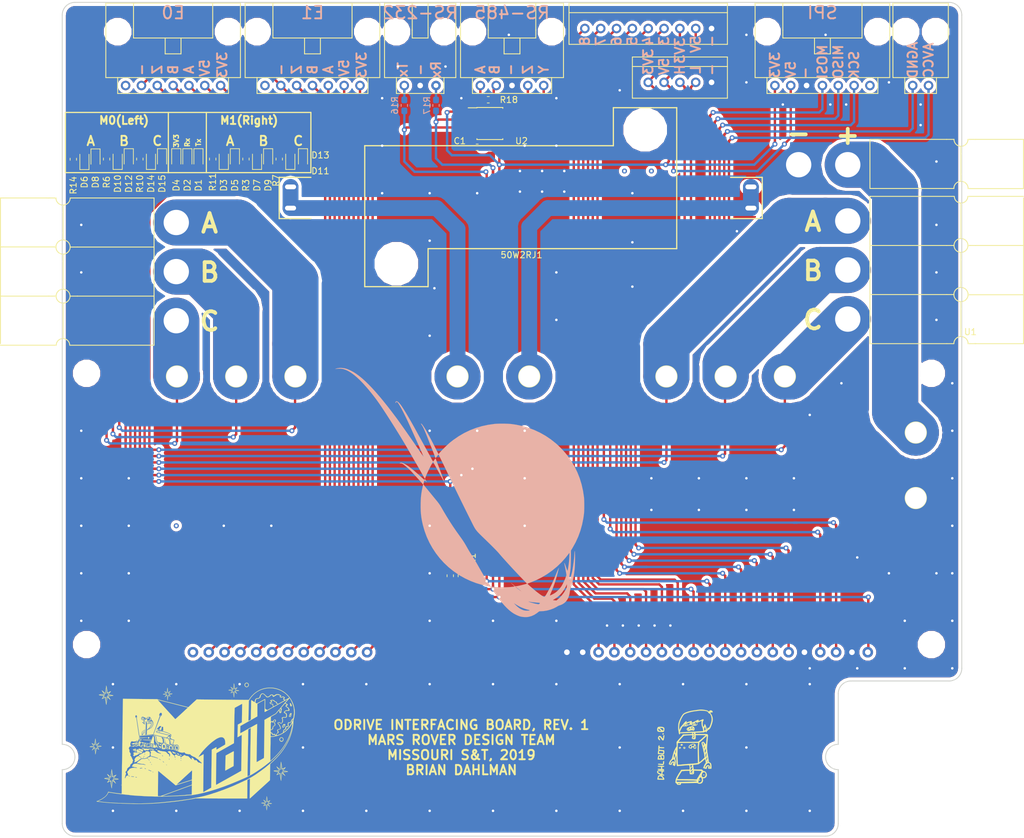
<source format=kicad_pcb>
(kicad_pcb (version 20171130) (host pcbnew "(5.0.2)-1")
  (layers (0 F.Cu signal) (31 B.Cu signal) (34 B.Paste user) (35 F.Paste user) (36 B.SilkS user) (37 F.SilkS user) (38 B.Mask user) (39 F.Mask user) (44 Edge.Cuts user))
  (net 0 "")
  (net 1 "Net-(50W2RJ1-Pad1)")
  (net 2 "Net-(50W2RJ1-Pad2)")
  (net 3 +5V)
  (net 4 +3V3)
  (net 5 GND)
  (net 6 /E1_A)
  (net 7 /E1_B)
  (net 8 /E1_Z)
  (net 9 /E0_Z)
  (net 10 /E0_B)
  (net 11 /E0_A)
  (net 12 "Net-(Conn6-Pad7)")
  (net 13 M0_A)
  (net 14 M0_B)
  (net 15 M0_C)
  (net 16 M1_B)
  (net 17 M1_A)
  (net 18 "Net-(D1-Pad2)")
  (net 19 "Net-(D2-Pad2)")
  (net 20 "Net-(D3-Pad2)")
  (net 21 "Net-(D4-Pad2)")
  (net 22 "Net-(D6-Pad2)")
  (net 23 "Net-(D7-Pad2)")
  (net 24 "Net-(D10-Pad2)")
  (net 25 M1_C)
  (net 26 "Net-(D11-Pad2)")
  (net 27 "Net-(D14-Pad2)")
  (net 28 CAN_L)
  (net 29 CAN_H)
  (net 30 SCK)
  (net 31 MISO)
  (net 32 MOSI)
  (net 33 GPIO_3)
  (net 34 GPIO_4)
  (net 35 GPIO_5)
  (net 36 GPIO_6)
  (net 37 GPIO_7)
  (net 38 GPIO_8)
  (net 39 Tx)
  (net 40 Rx)
  (net 41 "Net-(Conn4-Pad1)")
  (net 42 "Net-(Conn5-Pad1)")
  (net 43 /E1_GND)
  (net 44 /PV+)
  (net 45 /E1_5V)
  (net 46 /E1_3V3)
  (net 47 /E0_3V3)
  (net 48 /E0_5V)
  (net 49 "Net-(U1-PadE0_GND)")
  (net 50 "Net-(Conn9-Pad1)")
  (net 51 "Net-(Conn9-Pad3)")
  (net 52 /A)
  (net 53 /B)
  (net 54 /Z)
  (net 55 /Y)
  (net 56 /AGND)
  (net 57 /AVCC)
  (module Footprints:ODriveInterfacingBoard (layer F.Cu) (at 35.052 174.244)
    (fp_text reference U1 (at 145.650717 -80.883849 180) (layer F.SilkS))
    (fp_text value ODrive)
    (pad DC_V- thru_hole circle (at 136.896717 -54.232849 180) (size 7.4 7.4) (drill 3.4) (layers *.Cu *.Mask) (net 5 GND))
    (pad DC_V+ thru_hole circle (at 136.896717 -64.732849 180) (size 7.4 7.4) (drill 3.4) (layers *.Cu *.Mask) (net 44 /PV+))
    (pad M1_C thru_hole circle (at 115.896717 -73.732849 180) (size 7.4 7.4) (drill 3.4) (layers *.Cu *.Mask) (net 25 M1_C))
    (pad M1_B thru_hole circle (at 106.396717 -73.732849 180) (size 7.4 7.4) (drill 3.4) (layers *.Cu *.Mask) (net 16 M1_B))
    (pad M1_A thru_hole circle (at 96.896717 -73.732849 180) (size 7.4 7.4) (drill 3.4) (layers *.Cu *.Mask) (net 17 M1_A))
    (pad AUX_V- thru_hole circle (at 74.896717 -73.732849 180) (size 7.4 7.4) (drill 3.4) (layers *.Cu *.Mask) (net 2 "Net-(50W2RJ1-Pad2)"))
    (pad AUX_V+ thru_hole circle (at 63.396717 -73.732849 180) (size 7.4 7.4) (drill 3.4) (layers *.Cu *.Mask) (net 1 "Net-(50W2RJ1-Pad1)"))
    (pad M0_C thru_hole circle (at 37.396717 -73.732849 180) (size 7.4 7.4) (drill 3.4) (layers *.Cu *.Mask) (net 15 M0_C))
    (pad M0_B thru_hole circle (at 27.896717 -73.732849 180) (size 7.4 7.4) (drill 3.4) (layers *.Cu *.Mask) (net 14 M0_B))
    (pad M0_A thru_hole circle (at 18.396717 -73.732849 180) (size 7.4 7.4) (drill 3.4) (layers *.Cu *.Mask) (net 13 M0_A))
    (pad 3V3 thru_hole circle (at 129.196717 -29.502849) (size 1.7 1.7) (drill 0.9) (layers *.Cu *.Mask) (net 4 +3V3))
    (pad GND0 thru_hole circle (at 126.656717 -29.502849) (size 1.7 1.7) (drill 0.9) (layers *.Cu *.Mask) (net 5 GND))
    (pad CAN_H thru_hole circle (at 124.116717 -29.502849) (size 1.7 1.7) (drill 0.9) (layers *.Cu *.Mask) (net 29 CAN_H))
    (pad CAN_L thru_hole circle (at 121.576717 -29.502849) (size 1.7 1.7) (drill 0.9) (layers *.Cu *.Mask) (net 28 CAN_L))
    (pad GND1 thru_hole circle (at 119.036717 -29.502849) (size 1.7 1.7) (drill 0.9) (layers *.Cu *.Mask) (net 5 GND))
    (pad AVCC thru_hole circle (at 116.496717 -29.502849) (size 1.7 1.7) (drill 0.9) (layers *.Cu *.Mask) (net 57 /AVCC))
    (pad AGND thru_hole circle (at 113.956717 -29.502849) (size 1.7 1.7) (drill 0.9) (layers *.Cu *.Mask) (net 56 /AGND))
    (pad SCK thru_hole circle (at 111.416717 -29.502849) (size 1.7 1.7) (drill 0.9) (layers *.Cu *.Mask) (net 30 SCK))
    (pad MISO thru_hole circle (at 108.876717 -29.502849) (size 1.7 1.7) (drill 0.9) (layers *.Cu *.Mask) (net 31 MISO))
    (pad MOSI thru_hole circle (at 106.336717 -29.502849) (size 1.7 1.7) (drill 0.9) (layers *.Cu *.Mask) (net 32 MOSI))
    (pad GPIO1 thru_hole circle (at 103.796717 -29.502849) (size 1.7 1.7) (drill 0.9) (layers *.Cu *.Mask) (net 39 Tx))
    (pad GPIO2 thru_hole circle (at 101.256717 -29.502849) (size 1.7 1.7) (drill 0.9) (layers *.Cu *.Mask) (net 40 Rx))
    (pad GPIO3 thru_hole circle (at 98.716717 -29.502849) (size 1.7 1.7) (drill 0.9) (layers *.Cu *.Mask) (net 33 GPIO_3))
    (pad GPIO4 thru_hole circle (at 96.176717 -29.502849) (size 1.7 1.7) (drill 0.9) (layers *.Cu *.Mask) (net 34 GPIO_4))
    (pad GPIO5 thru_hole circle (at 93.636717 -29.502849) (size 1.7 1.7) (drill 0.9) (layers *.Cu *.Mask) (net 35 GPIO_5))
    (pad GPIO6 thru_hole circle (at 91.096717 -29.502849) (size 1.7 1.7) (drill 0.9) (layers *.Cu *.Mask) (net 36 GPIO_6))
    (pad GPIO7 thru_hole circle (at 88.556717 -29.502849) (size 1.7 1.7) (drill 0.9) (layers *.Cu *.Mask) (net 37 GPIO_7))
    (pad GPIO8 thru_hole circle (at 86.016717 -29.502849) (size 1.7 1.7) (drill 0.9) (layers *.Cu *.Mask) (net 38 GPIO_8))
    (pad GND2 thru_hole circle (at 83.476717 -29.502849) (size 1.7 1.7) (drill 0.9) (layers *.Cu *.Mask) (net 5 GND))
    (pad GND3 thru_hole circle (at 80.936717 -29.502849) (size 1.7 1.7) (drill 0.9) (layers *.Cu *.Mask) (net 5 GND))
    (pad E0_GND thru_hole circle (at 20.956749 -29.502849) (size 1.7 1.7) (drill 0.9) (layers *.Cu *.Mask) (net 49 "Net-(U1-PadE0_GND)"))
    (pad E0_Z thru_hole circle (at 23.496749 -29.502849) (size 1.7 1.7) (drill 0.9) (layers *.Cu *.Mask) (net 9 /E0_Z))
    (pad E0_B thru_hole circle (at 26.036749 -29.502849) (size 1.7 1.7) (drill 0.9) (layers *.Cu *.Mask) (net 10 /E0_B))
    (pad E0_A thru_hole circle (at 28.576749 -29.502849) (size 1.7 1.7) (drill 0.9) (layers *.Cu *.Mask) (net 11 /E0_A))
    (pad E0_5V thru_hole circle (at 31.116749 -29.502849) (size 1.7 1.7) (drill 0.9) (layers *.Cu *.Mask) (net 48 /E0_5V))
    (pad E0_3V3 thru_hole circle (at 33.656749 -29.502849) (size 1.7 1.7) (drill 0.9) (layers *.Cu *.Mask) (net 47 /E0_3V3))
    (pad E1_GND thru_hole circle (at 36.196749 -29.502849) (size 1.7 1.7) (drill 0.9) (layers *.Cu *.Mask) (net 43 /E1_GND))
    (pad E1_Z thru_hole circle (at 38.736749 -29.502849) (size 1.7 1.7) (drill 0.9) (layers *.Cu *.Mask) (net 8 /E1_Z))
    (pad E1_B thru_hole circle (at 41.276749 -29.502849) (size 1.7 1.7) (drill 0.9) (layers *.Cu *.Mask) (net 7 /E1_B))
    (pad E1_A thru_hole circle (at 43.816749 -29.502849) (size 1.7 1.7) (drill 0.9) (layers *.Cu *.Mask) (net 6 /E1_A))
    (pad E1_5V thru_hole circle (at 46.356749 -29.502849) (size 1.7 1.7) (drill 0.9) (layers *.Cu *.Mask) (net 45 /E1_5V))
    (pad E1_3V3 thru_hole circle (at 48.896749 -29.502849) (size 1.7 1.7) (drill 0.9) (layers *.Cu *.Mask) (net 46 /E1_3V3))
    (pad "" np_thru_hole circle (at 139.396717 -30.732849) (size 3.4 3.4) (drill 3.4) (layers *.Cu *.Mask))
    (pad "" np_thru_hole circle (at 139.396717 -74.232849) (size 3.4 3.4) (drill 3.4) (layers *.Cu *.Mask))
    (pad "" np_thru_hole circle (at 3.896717 -74.232849) (size 3.4 3.4) (drill 3.4) (layers *.Cu *.Mask))
    (pad "" np_thru_hole circle (at 3.896717 -30.732849) (size 3.4 3.4) (drill 3.4) (layers *.Cu *.Mask))
  )
  (module Footprints:PowerResistorMounts (layer F.Cu) (at 108.585 79.9338)
    (fp_text reference 50W2RJ1 (at 0.127 1.0922) (layer F.SilkS))
    (fp_text value 50W2RJ1)
    (pad "" np_thru_hole circle (at -19.939 2.5) (size 6 6) (drill 6) (layers *.Cu *.Mask))
    (pad "" np_thru_hole circle (at 19.9517 -19) (size 6 6) (drill 6) (layers *.Cu *.Mask))
    (pad 1 thru_hole oval (at -36.9189 -9.8298) (size 2.54 1.524) (drill oval 1.778 0.762) (layers *.Cu *.Mask) (net 1 "Net-(50W2RJ1-Pad1)"))
    (pad 1 thru_hole oval (at -36.9189 -6.4262) (size 2.54 1.524) (drill oval 1.778 0.762) (layers *.Cu *.Mask) (net 1 "Net-(50W2RJ1-Pad1)"))
    (pad 2 thru_hole oval (at 36.9189 -9.8298) (size 2.54 1.524) (drill oval 1.778 0.762) (layers *.Cu *.Mask) (net 2 "Net-(50W2RJ1-Pad2)"))
    (pad 2 thru_hole oval (at 36.9189 -6.4262) (size 2.54 1.524) (drill oval 1.778 0.762) (layers *.Cu *.Mask) (net 2 "Net-(50W2RJ1-Pad2)"))
  )
  (module MRDT_Connectors:MOLEX_SL_07_Horizontal (layer F.Cu) (at 75.184 53.848)
    (fp_text reference Conn4 hide)
    (fp_text value Molex_SL_07)
    (pad 1 thru_hole circle (at -7.62 0) (size 1.524 1.524) (drill 0.9) (layers *.Cu *.Mask) (net 41 "Net-(Conn4-Pad1)"))
    (pad 2 thru_hole circle (at -5.08 0) (size 1.524 1.524) (drill 0.9) (layers *.Cu *.Mask) (net 43 /E1_GND))
    (pad 3 thru_hole circle (at -2.54 0) (size 1.524 1.524) (drill 0.9) (layers *.Cu *.Mask) (net 8 /E1_Z))
    (pad 4 thru_hole circle (at 0 0) (size 1.524 1.524) (drill 0.9) (layers *.Cu *.Mask) (net 7 /E1_B))
    (pad 5 thru_hole circle (at 2.54 0) (size 1.524 1.524) (drill 0.9) (layers *.Cu *.Mask) (net 6 /E1_A))
    (pad "" np_thru_hole circle (at -8.89 -8.636) (size 3.45 3.45) (drill 3.45) (layers *.Cu *.Mask))
    (pad "" np_thru_hole circle (at 8.89 -8.636) (size 3.45 3.45) (drill 3.45) (layers *.Cu *.Mask))
    (pad 6 thru_hole circle (at 5.08 0) (size 1.524 1.524) (drill 0.9) (layers *.Cu *.Mask) (net 45 /E1_5V))
    (pad 7 thru_hole circle (at 7.62 0) (size 1.524 1.524) (drill 0.9) (layers *.Cu *.Mask) (net 46 /E1_3V3))
  )
  (module MRDT_Silkscreens:2_Dahlbot_2.0 (layer F.Cu) (at 134.62 160.02)
    (fp_text reference G*** hide)
    (fp_text value LOGO hide)
  )
  (module MRDT_Connectors:MOLEX_SL_02_Horizontal (layer F.Cu) (at 172.72 53.848)
    (fp_text reference Conn1 hide)
    (fp_text value Molex_SL_02)
    (pad "" np_thru_hole circle (at -2.415 -8.64) (size 3.45 3.45) (drill 3.45) (layers *.Cu *.Mask))
    (pad 1 thru_hole circle (at -1.27 0) (size 1.524 1.524) (drill 0.9) (layers *.Cu *.Mask) (net 56 /AGND))
    (pad 2 thru_hole circle (at 1.27 0) (size 1.524 1.524) (drill 0.9) (layers *.Cu *.Mask) (net 57 /AVCC))
    (pad "" np_thru_hole circle (at 2.413 -8.636) (size 3.45 3.45) (drill 3.45) (layers *.Cu *.Mask))
  )
  (module MRDT_Connectors:MOLEX_SL_07_Horizontal (layer F.Cu) (at 52.832 53.848)
    (fp_text reference Conn5 hide)
    (fp_text value Molex_SL_07)
    (pad 7 thru_hole circle (at 7.62 0) (size 1.524 1.524) (drill 0.9) (layers *.Cu *.Mask) (net 47 /E0_3V3))
    (pad 6 thru_hole circle (at 5.08 0) (size 1.524 1.524) (drill 0.9) (layers *.Cu *.Mask) (net 48 /E0_5V))
    (pad "" np_thru_hole circle (at 8.89 -8.636) (size 3.45 3.45) (drill 3.45) (layers *.Cu *.Mask))
    (pad "" np_thru_hole circle (at -8.89 -8.636) (size 3.45 3.45) (drill 3.45) (layers *.Cu *.Mask))
    (pad 5 thru_hole circle (at 2.54 0) (size 1.524 1.524) (drill 0.9) (layers *.Cu *.Mask) (net 11 /E0_A))
    (pad 4 thru_hole circle (at 0 0) (size 1.524 1.524) (drill 0.9) (layers *.Cu *.Mask) (net 10 /E0_B))
    (pad 3 thru_hole circle (at -2.54 0) (size 1.524 1.524) (drill 0.9) (layers *.Cu *.Mask) (net 9 /E0_Z))
    (pad 2 thru_hole circle (at -5.08 0) (size 1.524 1.524) (drill 0.9) (layers *.Cu *.Mask) (net 43 /E1_GND))
    (pad 1 thru_hole circle (at -7.62 0) (size 1.524 1.524) (drill 0.9) (layers *.Cu *.Mask) (net 42 "Net-(Conn5-Pad1)"))
  )
  (module MRDT_Connectors:MOLEX_SL_07_Horizontal (layer F.Cu) (at 156.972 53.848)
    (fp_text reference Conn6 hide)
    (fp_text value Molex_SL_07)
    (pad 1 thru_hole circle (at -7.62 0) (size 1.524 1.524) (drill 0.9) (layers *.Cu *.Mask) (net 4 +3V3))
    (pad 2 thru_hole circle (at -5.08 0) (size 1.524 1.524) (drill 0.9) (layers *.Cu *.Mask) (net 3 +5V))
    (pad 3 thru_hole circle (at -2.54 0) (size 1.524 1.524) (drill 0.9) (layers *.Cu *.Mask) (net 5 GND))
    (pad 4 thru_hole circle (at 0 0) (size 1.524 1.524) (drill 0.9) (layers *.Cu *.Mask) (net 32 MOSI))
    (pad 5 thru_hole circle (at 2.54 0) (size 1.524 1.524) (drill 0.9) (layers *.Cu *.Mask) (net 31 MISO))
    (pad "" np_thru_hole circle (at -8.89 -8.636) (size 3.45 3.45) (drill 3.45) (layers *.Cu *.Mask))
    (pad "" np_thru_hole circle (at 8.89 -8.636) (size 3.45 3.45) (drill 3.45) (layers *.Cu *.Mask))
    (pad 6 thru_hole circle (at 5.08 0) (size 1.524 1.524) (drill 0.9) (layers *.Cu *.Mask) (net 30 SCK))
    (pad 7 thru_hole circle (at 7.62 0) (size 1.524 1.524) (drill 0.9) (layers *.Cu *.Mask) (net 12 "Net-(Conn6-Pad7)"))
  )
  (module LED_SMD:LED_0603_1608Metric_Pad1.05x0.95mm_HandSolder (layer F.Cu) (at 56.896 65.645 270)
    (fp_text reference D1 (at 4.205 0 270) (layer F.SilkS))
    (fp_text value "Tx Yellow")
    (pad 2 smd roundrect (at 0.875 0 270) (size 1.05 0.95) (layers F.Cu F.Paste F.Mask) (net 18 "Net-(D1-Pad2)"))
    (pad 1 smd roundrect (at -0.875 0 270) (size 1.05 0.95) (layers F.Cu F.Paste F.Mask) (net 5 GND))
  )
  (module LED_SMD:LED_0603_1608Metric_Pad1.05x0.95mm_HandSolder (layer F.Cu) (at 55.118 65.645 270)
    (fp_text reference D2 (at 4.205 0 270) (layer F.SilkS))
    (fp_text value "Rx Yellow")
    (pad 2 smd roundrect (at 0.875 0 270) (size 1.05 0.95) (layers F.Cu F.Paste F.Mask) (net 19 "Net-(D2-Pad2)"))
    (pad 1 smd roundrect (at -0.875 0 270) (size 1.05 0.95) (layers F.Cu F.Paste F.Mask) (net 5 GND))
  )
  (module LED_SMD:LED_0603_1608Metric_Pad1.05x0.95mm_HandSolder (layer F.Cu) (at 60.96 65.645 90)
    (fp_text reference D3 (at -4.205 0 90) (layer F.SilkS))
    (fp_text value "M1 A High Orange")
    (pad 2 smd roundrect (at 0.875 0 90) (size 1.05 0.95) (layers F.Cu F.Paste F.Mask) (net 20 "Net-(D3-Pad2)"))
    (pad 1 smd roundrect (at -0.875 0 90) (size 1.05 0.95) (layers F.Cu F.Paste F.Mask) (net 17 M1_A))
  )
  (module LED_SMD:LED_0603_1608Metric_Pad1.05x0.95mm_HandSolder (layer F.Cu) (at 53.34 65.645 270)
    (fp_text reference D4 (at 4.205 0 270) (layer F.SilkS))
    (fp_text value "3v3 Green")
    (pad 2 smd roundrect (at 0.875 0 270) (size 1.05 0.95) (layers F.Cu F.Paste F.Mask) (net 21 "Net-(D4-Pad2)"))
    (pad 1 smd roundrect (at -0.875 0 270) (size 1.05 0.95) (layers F.Cu F.Paste F.Mask) (net 5 GND))
  )
  (module LED_SMD:LED_0603_1608Metric_Pad1.05x0.95mm_HandSolder (layer F.Cu) (at 62.738 65.645 270)
    (fp_text reference D5 (at 4.205 0 270) (layer F.SilkS))
    (fp_text value "M1 A Low Orange")
    (pad 2 smd roundrect (at 0.875 0 270) (size 1.05 0.95) (layers F.Cu F.Paste F.Mask) (net 17 M1_A))
    (pad 1 smd roundrect (at -0.875 0 270) (size 1.05 0.95) (layers F.Cu F.Paste F.Mask) (net 20 "Net-(D3-Pad2)"))
  )
  (module LED_SMD:LED_0603_1608Metric_Pad1.05x0.95mm_HandSolder (layer F.Cu) (at 38.608 65.673 90)
    (fp_text reference D6 (at -3.669 0 90) (layer F.SilkS))
    (fp_text value "M0 A High Orange")
    (pad 2 smd roundrect (at 0.875 0 90) (size 1.05 0.95) (layers F.Cu F.Paste F.Mask) (net 22 "Net-(D6-Pad2)"))
    (pad 1 smd roundrect (at -0.875 0 90) (size 1.05 0.95) (layers F.Cu F.Paste F.Mask) (net 13 M0_A))
  )
  (module LED_SMD:LED_0603_1608Metric_Pad1.05x0.95mm_HandSolder (layer F.Cu) (at 66.294 65.645 90)
    (fp_text reference D7 (at -4.205 0 90) (layer F.SilkS))
    (fp_text value "M1 B High Orange")
    (pad 1 smd roundrect (at -0.875 0 90) (size 1.05 0.95) (layers F.Cu F.Paste F.Mask) (net 16 M1_B))
    (pad 2 smd roundrect (at 0.875 0 90) (size 1.05 0.95) (layers F.Cu F.Paste F.Mask) (net 23 "Net-(D7-Pad2)"))
  )
  (module LED_SMD:LED_0603_1608Metric_Pad1.05x0.95mm_HandSolder (layer F.Cu) (at 40.386 65.673 270)
    (fp_text reference D8 (at 3.669 0 270) (layer F.SilkS))
    (fp_text value "M0 A Low Orange")
    (pad 1 smd roundrect (at -0.875 0 270) (size 1.05 0.95) (layers F.Cu F.Paste F.Mask) (net 22 "Net-(D6-Pad2)"))
    (pad 2 smd roundrect (at 0.875 0 270) (size 1.05 0.95) (layers F.Cu F.Paste F.Mask) (net 13 M0_A))
  )
  (module LED_SMD:LED_0603_1608Metric_Pad1.05x0.95mm_HandSolder (layer F.Cu) (at 68.072 65.645 270)
    (fp_text reference D9 (at 4.205 0 270) (layer F.SilkS))
    (fp_text value "M1 B Low Orange")
    (pad 2 smd roundrect (at 0.875 0 270) (size 1.05 0.95) (layers F.Cu F.Paste F.Mask) (net 16 M1_B))
    (pad 1 smd roundrect (at -0.875 0 270) (size 1.05 0.95) (layers F.Cu F.Paste F.Mask) (net 23 "Net-(D7-Pad2)"))
  )
  (module LED_SMD:LED_0603_1608Metric_Pad1.05x0.95mm_HandSolder (layer F.Cu) (at 43.942 65.645 90)
    (fp_text reference D10 (at -3.951 0 90) (layer F.SilkS))
    (fp_text value "M0 B High Orange")
    (pad 1 smd roundrect (at -0.875 0 90) (size 1.05 0.95) (layers F.Cu F.Paste F.Mask) (net 14 M0_B))
    (pad 2 smd roundrect (at 0.875 0 90) (size 1.05 0.95) (layers F.Cu F.Paste F.Mask) (net 24 "Net-(D10-Pad2)"))
  )
  (module LED_SMD:LED_0603_1608Metric_Pad1.05x0.95mm_HandSolder (layer F.Cu) (at 71.628 65.645 90)
    (fp_text reference D11 (at -1.919 4.826) (layer F.SilkS))
    (fp_text value "M1 C High Orange")
    (pad 1 smd roundrect (at -0.875 0 90) (size 1.05 0.95) (layers F.Cu F.Paste F.Mask) (net 25 M1_C))
    (pad 2 smd roundrect (at 0.875 0 90) (size 1.05 0.95) (layers F.Cu F.Paste F.Mask) (net 26 "Net-(D11-Pad2)"))
  )
  (module LED_SMD:LED_0603_1608Metric_Pad1.05x0.95mm_HandSolder (layer F.Cu) (at 45.72 65.645 270)
    (fp_text reference D12 (at 3.951 0 270) (layer F.SilkS))
    (fp_text value "M0 B Low Orange")
    (pad 2 smd roundrect (at 0.875 0 270) (size 1.05 0.95) (layers F.Cu F.Paste F.Mask) (net 14 M0_B))
    (pad 1 smd roundrect (at -0.875 0 270) (size 1.05 0.95) (layers F.Cu F.Paste F.Mask) (net 24 "Net-(D10-Pad2)"))
  )
  (module LED_SMD:LED_0603_1608Metric_Pad1.05x0.95mm_HandSolder (layer F.Cu) (at 73.66 65.645 270)
    (fp_text reference D13 (at -0.621 -2.794 180) (layer F.SilkS))
    (fp_text value "M1 C Low Orange")
    (pad 2 smd roundrect (at 0.875 0 270) (size 1.05 0.95) (layers F.Cu F.Paste F.Mask) (net 25 M1_C))
    (pad 1 smd roundrect (at -0.875 0 270) (size 1.05 0.95) (layers F.Cu F.Paste F.Mask) (net 26 "Net-(D11-Pad2)"))
  )
  (module LED_SMD:LED_0603_1608Metric_Pad1.05x0.95mm_HandSolder (layer F.Cu) (at 49.276 65.645 90)
    (fp_text reference D14 (at -3.951 0 90) (layer F.SilkS))
    (fp_text value "M0 C High Orange")
    (pad 2 smd roundrect (at 0.875 0 90) (size 1.05 0.95) (layers F.Cu F.Paste F.Mask) (net 27 "Net-(D14-Pad2)"))
    (pad 1 smd roundrect (at -0.875 0 90) (size 1.05 0.95) (layers F.Cu F.Paste F.Mask) (net 15 M0_C))
  )
  (module LED_SMD:LED_0603_1608Metric_Pad1.05x0.95mm_HandSolder (layer F.Cu) (at 51.054 65.645 270)
    (fp_text reference D15 (at 3.951 0 270) (layer F.SilkS))
    (fp_text value "M0 C Low Orange")
    (pad 1 smd roundrect (at -0.875 0 270) (size 1.05 0.95) (layers F.Cu F.Paste F.Mask) (net 27 "Net-(D14-Pad2)"))
    (pad 2 smd roundrect (at 0.875 0 270) (size 1.05 0.95) (layers F.Cu F.Paste F.Mask) (net 15 M0_C))
  )
  (module Resistor_SMD:R_0603_1608Metric_Pad1.05x0.95mm_HandSolder (layer F.Cu) (at 100.838 132.475 90)
    (fp_text reference R1 (at 2.681 0 90) (layer F.SilkS))
    (fp_text value 1.5k)
    (pad 1 smd roundrect (at -0.875 0 90) (size 1.05 0.95) (layers F.Cu F.Paste F.Mask) (net 39 Tx))
    (pad 2 smd roundrect (at 0.875 0 90) (size 1.05 0.95) (layers F.Cu F.Paste F.Mask) (net 18 "Net-(D1-Pad2)"))
  )
  (module Resistor_SMD:R_0603_1608Metric_Pad1.05x0.95mm_HandSolder (layer F.Cu) (at 99.06 132.475 90)
    (fp_text reference R2 (at 2.681 0 90) (layer F.SilkS))
    (fp_text value 1.5k)
    (pad 2 smd roundrect (at 0.875 0 90) (size 1.05 0.95) (layers F.Cu F.Paste F.Mask) (net 19 "Net-(D2-Pad2)"))
    (pad 1 smd roundrect (at -0.875 0 90) (size 1.05 0.95) (layers F.Cu F.Paste F.Mask) (net 40 Rx))
  )
  (module Resistor_SMD:R_0603_1608Metric_Pad1.05x0.95mm_HandSolder (layer F.Cu) (at 97.282 132.475 90)
    (fp_text reference R4 (at 2.681 0 90) (layer F.SilkS))
    (fp_text value 1.5k)
    (pad 1 smd roundrect (at -0.875 0 90) (size 1.05 0.95) (layers F.Cu F.Paste F.Mask) (net 4 +3V3))
    (pad 2 smd roundrect (at 0.875 0 90) (size 1.05 0.95) (layers F.Cu F.Paste F.Mask) (net 21 "Net-(D4-Pad2)"))
  )
  (module MRDT_Connectors:Anderson_3_Horizontal_Side_by_Side (layer F.Cu) (at 49.784 95.504)
    (fp_text reference Conn7 hide)
    (fp_text value M0_A)
    (pad 3 thru_hole circle (at 3.556 -3.937) (size 5.08 5.08) (drill 4.06) (layers *.Cu *.Mask F.Paste) (net 13 M0_A))
    (pad 2 thru_hole circle (at 3.556 -11.811) (size 5.08 5.08) (drill 4.06) (layers *.Cu *.Mask F.Paste) (net 14 M0_B))
    (pad 1 thru_hole circle (at 3.556 -19.685) (size 5.08 5.08) (drill 4.06) (layers *.Cu *.Mask F.Paste) (net 15 M0_C))
  )
  (module MRDT_Connectors:Anderson_3_Horizontal_Side_by_Side (layer F.Cu) (at 164.592 71.628 180)
    (fp_text reference Conn8 hide)
    (fp_text value M1_A)
    (pad 1 thru_hole circle (at 3.556 -19.685 180) (size 5.08 5.08) (drill 4.06) (layers *.Cu *.Mask F.Paste) (net 25 M1_C))
    (pad 2 thru_hole circle (at 3.556 -11.811 180) (size 5.08 5.08) (drill 4.06) (layers *.Cu *.Mask F.Paste) (net 16 M1_B))
    (pad 3 thru_hole circle (at 3.556 -3.937 180) (size 5.08 5.08) (drill 4.06) (layers *.Cu *.Mask F.Paste) (net 17 M1_A))
  )
  (module Capacitor_SMD:C_0603_1608Metric_Pad1.05x0.95mm_HandSolder (layer F.Cu) (at 101.6 63.754 180)
    (fp_text reference C1 (at 2.794 1.016 180) (layer F.SilkS))
    (fp_text value .1u)
    (pad 1 smd roundrect (at -0.875 0 180) (size 1.05 0.95) (layers F.Cu F.Paste F.Mask) (net 4 +3V3))
    (pad 2 smd roundrect (at 0.875 0 180) (size 1.05 0.95) (layers F.Cu F.Paste F.Mask) (net 5 GND))
  )
  (module MRDT_Connectors:Anderson_2_Horizontal_Stacked (layer F.Cu) (at 161.036 66.548 180)
    (fp_text reference Conn3 hide)
    (fp_text value AndersonPP)
    (pad 1 thru_hole circle (at 0 0 180) (size 5.08 5.08) (drill 4.06) (layers *.Cu *.Mask F.Paste) (net 44 /PV+))
    (pad 4 thru_hole circle (at 7.874 0 180) (size 5.08 5.08) (drill 4.06) (layers *.Cu *.Mask F.Paste) (net 5 GND))
  )
  (module Resistor_SMD:R_0603_1608Metric_Pad1.05x0.95mm_HandSolder (layer B.Cu) (at 89.916 57.037 270)
    (fp_text reference R16 (at 0 1.524 270) (layer B.SilkS) (effects (justify mirror)))
    (fp_text value 0)
    (pad 1 smd roundrect (at -0.875 0 270) (size 1.05 0.95) (layers B.Cu B.Paste B.Mask) (net 50 "Net-(Conn9-Pad1)"))
    (pad 2 smd roundrect (at 0.875 0 270) (size 1.05 0.95) (layers B.Cu B.Paste B.Mask) (net 39 Tx))
  )
  (module Resistor_SMD:R_0603_1608Metric_Pad1.05x0.95mm_HandSolder (layer B.Cu) (at 94.996 57.037 270)
    (fp_text reference R17 (at 0 1.43 270) (layer B.SilkS) (effects (justify mirror)))
    (fp_text value 0)
    (pad 2 smd roundrect (at 0.875 0 270) (size 1.05 0.95) (layers B.Cu B.Paste B.Mask) (net 40 Rx))
    (pad 1 smd roundrect (at -0.875 0 270) (size 1.05 0.95) (layers B.Cu B.Paste B.Mask) (net 51 "Net-(Conn9-Pad3)"))
  )
  (module Package_SO:SOIC-8_3.9x4.9mm_P1.27mm (layer F.Cu) (at 103.632 59.944)
    (fp_text reference U2 (at 5.08 2.794) (layer F.SilkS))
    (fp_text value MAX3077E)
    (pad 1 smd rect (at -2.7 -1.905) (size 1.55 0.6) (layers F.Cu F.Paste F.Mask) (net 4 +3V3))
    (pad 2 smd rect (at -2.7 -0.635) (size 1.55 0.6) (layers F.Cu F.Paste F.Mask) (net 40 Rx))
    (pad 3 smd rect (at -2.7 0.635) (size 1.55 0.6) (layers F.Cu F.Paste F.Mask) (net 39 Tx))
    (pad 4 smd rect (at -2.7 1.905) (size 1.55 0.6) (layers F.Cu F.Paste F.Mask) (net 5 GND))
    (pad 5 smd rect (at 2.7 1.905) (size 1.55 0.6) (layers F.Cu F.Paste F.Mask) (net 55 /Y))
    (pad 6 smd rect (at 2.7 0.635) (size 1.55 0.6) (layers F.Cu F.Paste F.Mask) (net 54 /Z))
    (pad 7 smd rect (at 2.7 -0.635) (size 1.55 0.6) (layers F.Cu F.Paste F.Mask) (net 53 /B))
    (pad 8 smd rect (at 2.7 -1.905) (size 1.55 0.6) (layers F.Cu F.Paste F.Mask) (net 52 /A))
  )
  (module Resistor_SMD:R_0603_1608Metric_Pad1.05x0.95mm_HandSolder (layer F.Cu) (at 103.378 56.134 180)
    (fp_text reference R18 (at -3.302 0 180) (layer F.SilkS))
    (fp_text value 120)
    (pad 1 smd roundrect (at -0.875 0 180) (size 1.05 0.95) (layers F.Cu F.Paste F.Mask) (net 53 /B))
    (pad 2 smd roundrect (at 0.875 0 180) (size 1.05 0.95) (layers F.Cu F.Paste F.Mask) (net 52 /A))
  )
  (module MRDT_Connectors:MOLEX_SL_05_Vertical (layer F.Cu) (at 134.112 53.34)
    (fp_text reference Conn2 hide)
    (fp_text value Molex_SL_05)
    (pad 1 thru_hole circle (at -5.08 0) (size 1.524 1.524) (drill 0.9) (layers *.Cu *.Mask) (net 4 +3V3))
    (pad 2 thru_hole circle (at -2.54 0) (size 1.524 1.524) (drill 0.9) (layers *.Cu *.Mask) (net 3 +5V))
    (pad 3 thru_hole circle (at 0 0) (size 1.524 1.524) (drill 0.9) (layers *.Cu *.Mask) (net 29 CAN_H))
    (pad 4 thru_hole circle (at 2.54 0) (size 1.524 1.524) (drill 0.9) (layers *.Cu *.Mask) (net 28 CAN_L))
    (pad 5 thru_hole circle (at 5.08 0) (size 1.524 1.524) (drill 0.9) (layers *.Cu *.Mask) (net 5 GND))
  )
  (module MRDT_Connectors:MOLEX_SL_09_Vertical (layer F.Cu) (at 129.032 44.704)
    (fp_text reference Conn13 hide)
    (fp_text value Molex_SL_09)
    (pad 1 thru_hole circle (at -10.16 0) (size 1.524 1.524) (drill 0.9) (layers *.Cu *.Mask) (net 38 GPIO_8))
    (pad 2 thru_hole circle (at -7.62 0) (size 1.524 1.524) (drill 0.9) (layers *.Cu *.Mask) (net 37 GPIO_7))
    (pad 3 thru_hole circle (at -5.08 0) (size 1.524 1.524) (drill 0.9) (layers *.Cu *.Mask) (net 36 GPIO_6))
    (pad 4 thru_hole circle (at -2.54 0) (size 1.524 1.524) (drill 0.9) (layers *.Cu *.Mask) (net 35 GPIO_5))
    (pad 5 thru_hole circle (at 0 0) (size 1.524 1.524) (drill 0.9) (layers *.Cu *.Mask) (net 34 GPIO_4))
    (pad 6 thru_hole circle (at 2.54 0) (size 1.524 1.524) (drill 0.9) (layers *.Cu *.Mask) (net 33 GPIO_3))
    (pad 7 thru_hole circle (at 5.08 0) (size 1.524 1.524) (drill 0.9) (layers *.Cu *.Mask) (net 4 +3V3))
    (pad 8 thru_hole circle (at 7.62 0) (size 1.524 1.524) (drill 0.9) (layers *.Cu *.Mask) (net 3 +5V))
    (pad 9 thru_hole circle (at 10.16 0) (size 1.524 1.524) (drill 0.9) (layers *.Cu *.Mask) (net 5 GND))
  )
  (module MRDT_Connectors:MOLEX_SL_03_Horizontal (layer F.Cu) (at 92.456 53.848)
    (fp_text reference Conn9 hide)
    (fp_text value Molex_SL_03)
    (pad 1 thru_hole circle (at -2.54 0) (size 1.524 1.524) (drill 0.9) (layers *.Cu *.Mask) (net 50 "Net-(Conn9-Pad1)"))
    (pad 2 thru_hole circle (at 0 0) (size 1.524 1.524) (drill 0.9) (layers *.Cu *.Mask) (net 5 GND))
    (pad 3 thru_hole circle (at 2.54 0) (size 1.524 1.524) (drill 0.762) (layers *.Cu *.Mask) (net 51 "Net-(Conn9-Pad3)"))
    (pad "" np_thru_hole circle (at -3.81 -8.636) (size 3.45 3.45) (drill 3.45) (layers *.Cu *.Mask))
    (pad "" np_thru_hole circle (at 3.81 -8.636) (size 3.45 3.45) (drill 3.45) (layers *.Cu *.Mask))
  )
  (module MRDT_Connectors:MOLEX_SL_05_Horizontal (layer F.Cu) (at 107.188 53.848)
    (fp_text reference Conn10 hide)
    (fp_text value Molex_SL_05)
    (pad 1 thru_hole circle (at -5.08 0) (size 1.524 1.524) (drill 0.9) (layers *.Cu *.Mask) (net 52 /A))
    (pad 2 thru_hole circle (at -2.54 0) (size 1.524 1.524) (drill 0.9) (layers *.Cu *.Mask) (net 53 /B))
    (pad 3 thru_hole circle (at 0 0) (size 1.524 1.524) (drill 0.9) (layers *.Cu *.Mask) (net 5 GND))
    (pad 4 thru_hole circle (at 2.54 0) (size 1.524 1.524) (drill 0.9) (layers *.Cu *.Mask) (net 54 /Z))
    (pad 5 thru_hole circle (at 5.08 0) (size 1.524 1.524) (drill 0.9) (layers *.Cu *.Mask) (net 55 /Y))
    (pad "" np_thru_hole circle (at -6.35 -8.636) (size 3.45 3.45) (drill 3.45) (layers *.Cu *.Mask))
    (pad "" np_thru_hole circle (at 6.35 -8.636) (size 3.45 3.45) (drill 3.45) (layers *.Cu *.Mask))
  )
  (module MRDT_Silkscreens:0_MRDT_Retro_Logo_34mmX21.5mm (layer F.Cu) (at 55.88 160.02)
    (fp_text reference G*** hide)
    (fp_text value LOGO hide)
  )
  (module Resistor_SMD:R_0603_1608Metric_Pad1.05x0.95mm_HandSolder (layer F.Cu) (at 64.516 65.645 90)
    (fp_text reference R3 (at -4.205 0 90) (layer F.SilkS))
    (fp_text value 1.5k)
    (pad 2 smd roundrect (at 0.875 0 90) (size 1.05 0.95) (layers F.Cu F.Paste F.Mask) (net 20 "Net-(D3-Pad2)"))
    (pad 1 smd roundrect (at -0.875 0 90) (size 1.05 0.95) (layers F.Cu F.Paste F.Mask) (net 16 M1_B))
  )
  (module Resistor_SMD:R_0603_1608Metric_Pad1.05x0.95mm_HandSolder (layer F.Cu) (at 42.164 65.645 90)
    (fp_text reference R6 (at -3.697 0 90) (layer F.SilkS))
    (fp_text value 1.5k)
    (pad 1 smd roundrect (at -0.875 0 90) (size 1.05 0.95) (layers F.Cu F.Paste F.Mask) (net 14 M0_B))
    (pad 2 smd roundrect (at 0.875 0 90) (size 1.05 0.95) (layers F.Cu F.Paste F.Mask) (net 22 "Net-(D6-Pad2)"))
  )
  (module Resistor_SMD:R_0603_1608Metric_Pad1.05x0.95mm_HandSolder (layer F.Cu) (at 69.85 65.645 90)
    (fp_text reference R7 (at -3.443 -0.508 90) (layer F.SilkS))
    (fp_text value 1.5k)
    (pad 1 smd roundrect (at -0.875 0 90) (size 1.05 0.95) (layers F.Cu F.Paste F.Mask) (net 25 M1_C))
    (pad 2 smd roundrect (at 0.875 0 90) (size 1.05 0.95) (layers F.Cu F.Paste F.Mask) (net 23 "Net-(D7-Pad2)"))
  )
  (module Resistor_SMD:R_0603_1608Metric_Pad1.05x0.95mm_HandSolder (layer F.Cu) (at 47.498 65.645 90)
    (fp_text reference R10 (at -3.951 0 90) (layer F.SilkS))
    (fp_text value 1.5k)
    (pad 2 smd roundrect (at 0.875 0 90) (size 1.05 0.95) (layers F.Cu F.Paste F.Mask) (net 24 "Net-(D10-Pad2)"))
    (pad 1 smd roundrect (at -0.875 0 90) (size 1.05 0.95) (layers F.Cu F.Paste F.Mask) (net 15 M0_C))
  )
  (module Resistor_SMD:R_0603_1608Metric_Pad1.05x0.95mm_HandSolder (layer F.Cu) (at 59.182 65.645 90)
    (fp_text reference R11 (at -3.697 0 90) (layer F.SilkS))
    (fp_text value 1.5k)
    (pad 2 smd roundrect (at 0.875 0 90) (size 1.05 0.95) (layers F.Cu F.Paste F.Mask) (net 26 "Net-(D11-Pad2)"))
    (pad 1 smd roundrect (at -0.875 0 90) (size 1.05 0.95) (layers F.Cu F.Paste F.Mask) (net 17 M1_A))
  )
  (module Resistor_SMD:R_0603_1608Metric_Pad1.05x0.95mm_HandSolder (layer F.Cu) (at 36.83 65.673 90)
    (fp_text reference R14 (at -4.177 0 90) (layer F.SilkS))
    (fp_text value 1.5k)
    (pad 1 smd roundrect (at -0.875 0 90) (size 1.05 0.95) (layers F.Cu F.Paste F.Mask) (net 13 M0_A))
    (pad 2 smd roundrect (at 0.875 0 90) (size 1.05 0.95) (layers F.Cu F.Paste F.Mask) (net 27 "Net-(D14-Pad2)"))
  )
  (module MRDT_Silkscreens:0_MRDT_Logo_40mm (layer B.Cu) (at 98.806 119.126 180)
    (fp_text reference G*** hide)
    (fp_text value LOGO hide)
  )
  (gr_text SPI (at 156.972 42.164) (layer B.SilkS) (effects (font (size 2 2) (thickness 0.3)) (justify mirror)))
  (gr_text RS-485 (at 107.188 42.164) (layer B.SilkS) (effects (font (size 2 2) (thickness 0.3)) (justify mirror)))
  (gr_text RS-232 (at 92.456 42.164) (layer B.SilkS) (effects (font (size 2 2) (thickness 0.3)) (justify mirror)))
  (gr_text E1 (at 75.184 42.164) (layer B.SilkS) (effects (font (size 2 2) (thickness 0.3)) (justify mirror)))
  (gr_text E0 (at 52.832 42.164) (layer B.SilkS) (effects (font (size 2 2) (thickness 0.3)) (justify mirror)))
  (gr_text - (at 153.162 61.468) (layer F.SilkS) (effects (font (size 3 3) (thickness 0.6))))
  (gr_text + (at 161.036 61.722) (layer F.SilkS) (effects (font (size 3 3) (thickness 0.6))))
  (gr_line (start 74.93 75.184) (end 69.85 75.184) (layer F.SilkS) (width 0.2))
  (gr_line (start 69.85 75.184) (end 69.85 68.58) (layer F.SilkS) (width 0.2))
  (gr_line (start 69.85 68.58) (end 74.93 68.58) (layer F.SilkS) (width 0.2))
  (gr_line (start 147.32 75.184) (end 142.24 75.184) (layer F.SilkS) (width 0.2))
  (gr_line (start 147.32 68.58) (end 147.32 75.184) (layer F.SilkS) (width 0.2))
  (gr_line (start 142.24 68.58) (end 147.32 68.58) (layer F.SilkS) (width 0.2))
  (gr_line (start 93.726 80.01) (end 93.726 86.106) (layer F.SilkS) (width 0.2))
  (gr_line (start 133.604 80.01) (end 93.726 80.01) (layer F.SilkS) (width 0.2))
  (gr_line (start 133.604 57.404) (end 133.604 80.01) (layer F.SilkS) (width 0.2))
  (gr_line (start 123.444 57.404) (end 133.604 57.404) (layer F.SilkS) (width 0.2))
  (gr_line (start 123.444 63.5) (end 123.444 57.404) (layer F.SilkS) (width 0.2))
  (gr_line (start 83.566 63.5) (end 123.444 63.5) (layer F.SilkS) (width 0.2))
  (gr_line (start 83.566 86.106) (end 83.566 63.5) (layer F.SilkS) (width 0.2))
  (gr_line (start 93.726 86.106) (end 83.566 86.106) (layer F.SilkS) (width 0.2))
  (gr_text AVCC (at 173.99 49.784 90) (layer B.SilkS) (effects (font (size 1.5 1.5) (thickness 0.3)) (justify mirror)))
  (gr_text AGND (at 171.45 49.784 90) (layer B.SilkS) (effects (font (size 1.5 1.5) (thickness 0.3)) (justify mirror)))
  (gr_text SCK (at 162.052 50.546 90) (layer B.SilkS) (effects (font (size 1.5 1.5) (thickness 0.3)) (justify mirror)))
  (gr_text MISO (at 159.512 50.038 90) (layer B.SilkS) (effects (font (size 1.5 1.5) (thickness 0.3)) (justify mirror)))
  (gr_text MOSI (at 156.972 50.038 90) (layer B.SilkS) (effects (font (size 1.5 1.5) (thickness 0.3)) (justify mirror)))
  (gr_text - (at 154.178 51.816 90) (layer B.SilkS) (effects (font (size 1.5 1.5) (thickness 0.3)) (justify mirror)))
  (gr_text 5V (at 151.892 51.308 90) (layer B.SilkS) (effects (font (size 1.5 1.5) (thickness 0.3)) (justify mirror)))
  (gr_text 3V3 (at 149.352 50.546 90) (layer B.SilkS) (effects (font (size 1.5 1.5) (thickness 0.3)) (justify mirror)))
  (gr_text H (at 134.112 51.308 90) (layer B.SilkS) (effects (font (size 1.5 1.5) (thickness 0.3)) (justify mirror)))
  (gr_text L (at 136.652 51.308 90) (layer B.SilkS) (effects (font (size 1.5 1.5) (thickness 0.3)) (justify mirror)))
  (gr_text - (at 139.192 51.308 90) (layer B.SilkS) (effects (font (size 1.5 1.5) (thickness 0.3)) (justify mirror)))
  (gr_text 3V3 (at 129.032 50.038 90) (layer B.SilkS) (effects (font (size 1.5 1.5) (thickness 0.3)) (justify mirror)))
  (gr_text 5V (at 131.572 50.8 90) (layer B.SilkS) (effects (font (size 1.5 1.5) (thickness 0.3)) (justify mirror)))
  (gr_text - (at 139.192 46.736 90) (layer B.SilkS) (effects (font (size 1.5 1.5) (thickness 0.3)) (justify mirror)))
  (gr_text 3V3 (at 134.112 48.26 90) (layer B.SilkS) (effects (font (size 1.5 1.5) (thickness 0.3)) (justify mirror)))
  (gr_text 5V (at 136.652 47.244 90) (layer B.SilkS) (effects (font (size 1.5 1.5) (thickness 0.3)) (justify mirror)))
  (gr_text 3 (at 131.572 46.736 90) (layer B.SilkS) (effects (font (size 1.5 1.5) (thickness 0.3)) (justify mirror)))
  (gr_text 4 (at 129.032 46.736 90) (layer B.SilkS) (effects (font (size 1.5 1.5) (thickness 0.3)) (justify mirror)))
  (gr_text 5 (at 126.492 46.736 90) (layer B.SilkS) (effects (font (size 1.5 1.5) (thickness 0.3)) (justify mirror)))
  (gr_text 6 (at 123.952 46.736 90) (layer B.SilkS) (effects (font (size 1.5 1.5) (thickness 0.3)) (justify mirror)))
  (gr_text 7 (at 121.412 46.736 90) (layer B.SilkS) (effects (font (size 1.5 1.5) (thickness 0.3)) (justify mirror)))
  (gr_text 8 (at 118.872 46.736 90) (layer B.SilkS) (effects (font (size 1.5 1.5) (thickness 0.3)) (justify mirror)))
  (gr_text Y (at 112.268 51.308 90) (layer B.SilkS) (effects (font (size 1.5 1.5) (thickness 0.3)) (justify mirror)))
  (gr_text Z (at 109.728 51.308 90) (layer B.SilkS) (effects (font (size 1.5 1.5) (thickness 0.3)) (justify mirror)))
  (gr_text B (at 104.394 51.308 90) (layer B.SilkS) (effects (font (size 1.5 1.5) (thickness 0.3)) (justify mirror)))
  (gr_text - (at 106.934 51.308 90) (layer B.SilkS) (effects (font (size 1.5 1.5) (thickness 0.3))))
  (gr_text A (at 102.108 51.308 90) (layer B.SilkS) (effects (font (size 1.5 1.5) (thickness 0.3)) (justify mirror)))
  (gr_text Rx (at 94.996 51.308 90) (layer B.SilkS) (effects (font (size 1.5 1.5) (thickness 0.3)) (justify mirror)))
  (gr_text - (at 92.456 51.308 90) (layer B.SilkS) (effects (font (size 1.5 1.5) (thickness 0.3)) (justify mirror)))
  (gr_text Tx (at 89.662 51.308 90) (layer B.SilkS) (effects (font (size 1.5 1.5) (thickness 0.3)) (justify mirror)))
  (gr_text 5V (at 80.264 51.054 90) (layer B.SilkS) (effects (font (size 1.5 1.5) (thickness 0.3)) (justify mirror)))
  (gr_text - (at 70.104 51.308 90) (layer B.SilkS) (effects (font (size 1.5 1.5) (thickness 0.3))))
  (gr_text Z (at 72.644 51.308 90) (layer B.SilkS) (effects (font (size 1.5 1.5) (thickness 0.3)) (justify mirror)))
  (gr_text A (at 77.724 51.308 90) (layer B.SilkS) (effects (font (size 1.5 1.5) (thickness 0.3)) (justify mirror)))
  (gr_text 3V3 (at 83.058 50.546 90) (layer B.SilkS) (effects (font (size 1.5 1.5) (thickness 0.3)) (justify mirror)))
  (gr_text B (at 75.184 51.308 90) (layer B.SilkS) (effects (font (size 1.5 1.5) (thickness 0.3)) (justify mirror)))
  (gr_text 3V3 (at 60.706 50.546 90) (layer B.SilkS) (effects (font (size 1.5 1.5) (thickness 0.3)) (justify mirror)))
  (gr_text 5V (at 57.912 51.054 90) (layer B.SilkS) (effects (font (size 1.5 1.5) (thickness 0.3)) (justify mirror)))
  (gr_text A (at 55.372 51.308 90) (layer B.SilkS) (effects (font (size 1.5 1.5) (thickness 0.3)) (justify mirror)))
  (gr_text B (at 52.832 51.308 90) (layer B.SilkS) (effects (font (size 1.5 1.5) (thickness 0.3)) (justify mirror)))
  (gr_text Z (at 50.292 51.308 90) (layer B.SilkS) (effects (font (size 1.5 1.5) (thickness 0.3)) (justify mirror)))
  (gr_text - (at 47.752 51.308 90) (layer B.SilkS) (effects (font (size 1.5 1.5) (thickness 0.3))))
  (gr_text B (at 58.674 83.82) (layer F.SilkS) (effects (font (size 3 3) (thickness 0.6))))
  (gr_text C (at 58.674 91.694) (layer F.SilkS) (effects (font (size 3 3) (thickness 0.6))))
  (gr_text A (at 58.674 75.946) (layer F.SilkS) (effects (font (size 3 3) (thickness 0.6))))
  (gr_text C (at 155.448 91.44) (layer F.SilkS) (effects (font (size 3 3) (thickness 0.6))))
  (gr_text B (at 155.448 83.566) (layer F.SilkS) (effects (font (size 3 3) (thickness 0.6))))
  (gr_text A (at 155.448 75.692) (layer F.SilkS) (effects (font (size 3 3) (thickness 0.6))))
  (gr_line (start 52.07 67.818) (end 52.07 58.166) (layer F.SilkS) (width 0.2))
  (gr_line (start 58.166 67.818) (end 58.166 58.166) (layer F.SilkS) (width 0.2))
  (gr_line (start 35.56 58.166) (end 35.56 67.818) (layer F.SilkS) (width 0.2))
  (gr_line (start 74.93 58.166) (end 35.56 58.166) (layer F.SilkS) (width 0.2))
  (gr_line (start 74.93 67.818) (end 74.93 58.166) (layer F.SilkS) (width 0.2))
  (gr_line (start 35.56 67.818) (end 74.93 67.818) (layer F.SilkS) (width 0.2))
  (gr_text "ODRIVE INTERFACING BOARD, REV. 1\nMARS ROVER DESIGN TEAM\nMISSOURI S&T, 2019\nBRIAN DAHLMAN" (at 99.06 160.02) (layer F.SilkS) (effects (font (size 1.5 1.5) (thickness 0.3))))
  (gr_text Rx (at 55.118 62.992 90) (layer F.SilkS) (effects (font (size 0.762 0.762) (thickness 0.1905))))
  (gr_text Tx (at 56.896 62.992 90) (layer F.SilkS) (effects (font (size 0.762 0.762) (thickness 0.1905))))
  (gr_text 3V3 (at 53.34 62.738 90) (layer F.SilkS) (effects (font (size 0.762 0.762) (thickness 0.1905))))
  (gr_text A (at 61.976 62.738) (layer F.SilkS) (effects (font (size 1.5 1.5) (thickness 0.3))))
  (gr_text B (at 67.31 62.738) (layer F.SilkS) (effects (font (size 1.5 1.5) (thickness 0.3))))
  (gr_text C (at 72.898 62.738) (layer F.SilkS) (effects (font (size 1.5 1.5) (thickness 0.3))))
  (gr_text C (at 50.292 62.738) (layer F.SilkS) (effects (font (size 1.5 1.5) (thickness 0.3))))
  (gr_text B (at 44.958 62.738) (layer F.SilkS) (effects (font (size 1.5 1.5) (thickness 0.3))))
  (gr_text A (at 39.624 62.738) (layer F.SilkS) (effects (font (size 1.5 1.5) (thickness 0.3))))
  (gr_text "M1(Right)" (at 65.024 59.436) (layer F.SilkS) (effects (font (size 1.27 1.27) (thickness 0.3))))
  (gr_text "M0(Left)" (at 44.958 59.436) (layer F.SilkS) (effects (font (size 1.27 1.27) (thickness 0.3))))
  (gr_line (start 179.324 147.32) (end 179.324 42.545) (layer Edge.Cuts) (width 0.15))
  (gr_line (start 37.084 40.513) (end 177.292 40.513) (layer Edge.Cuts) (width 0.15))
  (gr_line (start 35.052 42.545) (end 35.052 159.512) (layer Edge.Cuts) (width 0.15))
  (gr_arc (start 37.084 42.545) (end 37.084 40.513) (angle -90) (layer Edge.Cuts) (width 0.15))
  (gr_arc (start 157.48 172.212) (end 157.48 174.244) (angle -90) (layer Edge.Cuts) (width 0.15))
  (gr_arc (start 159.512 161.544) (end 159.512 159.512) (angle -180) (layer Edge.Cuts) (width 0.15))
  (gr_arc (start 161.544 151.384) (end 161.544 149.352) (angle -90) (layer Edge.Cuts) (width 0.15))
  (gr_arc (start 177.292 147.32) (end 177.292 149.352) (angle -90) (layer Edge.Cuts) (width 0.15))
  (gr_arc (start 177.292 42.545) (end 179.324 42.545) (angle -90) (layer Edge.Cuts) (width 0.15))
  (gr_arc (start 35.052 161.544) (end 35.052 163.576) (angle -180) (layer Edge.Cuts) (width 0.15))
  (gr_arc (start 37.084 172.212) (end 35.052 172.212) (angle -90) (layer Edge.Cuts) (width 0.15))
  (gr_line (start 157.48 174.244) (end 37.084 174.244) (layer Edge.Cuts) (width 0.15))
  (gr_line (start 159.512 163.576) (end 159.512 172.212) (layer Edge.Cuts) (width 0.15))
  (gr_line (start 159.512 151.384) (end 159.512 159.512) (layer Edge.Cuts) (width 0.15))
  (gr_line (start 177.292 149.352) (end 161.544 149.352) (layer Edge.Cuts) (width 0.15))
  (gr_line (start 35.052 172.212) (end 35.052 163.576) (layer Edge.Cuts) (width 0.15))
  (via (at 129.54 67.564) (size 0.8) (drill 0.4) (layers F.Cu B.Cu) (net 0))
  (via (at 125.222 67.564) (size 0.8) (drill 0.4) (layers F.Cu B.Cu) (net 0))
  (via (at 53.34 124.46) (size 0.8) (drill 0.4) (layers F.Cu B.Cu) (net 0))
  (via (at 109.22 109.22) (size 0.8) (drill 0.4) (layers F.Cu B.Cu) (net 0))
  (segment (start 71.6661 70.104) (end 71.6661 73.5076) (width 2.54) (layer B.Cu) (net 1))
  (segment (start 71.6661 73.5076) (end 95.0976 73.5076) (width 2.54) (layer B.Cu) (net 1))
  (segment (start 98.448717 76.858717) (end 98.448717 100.511151) (width 2.54) (layer B.Cu) (net 1))
  (segment (start 95.0976 73.5076) (end 98.448717 76.858717) (width 2.54) (layer B.Cu) (net 1))
  (segment (start 145.5039 70.104) (end 145.5039 73.5076) (width 2.54) (layer B.Cu) (net 2))
  (segment (start 145.5039 73.5076) (end 112.9284 73.5076) (width 2.54) (layer B.Cu) (net 2))
  (segment (start 109.948717 76.487283) (end 109.948717 100.511151) (width 2.54) (layer B.Cu) (net 2))
  (segment (start 112.9284 73.5076) (end 109.948717 76.487283) (width 2.54) (layer B.Cu) (net 2))
  (segment (start 136.652 48.133) (end 136.652 44.704) (width 0.381) (layer F.Cu) (net 3))
  (segment (start 131.572 53.213) (end 136.652 48.133) (width 0.381) (layer F.Cu) (net 3))
  (segment (start 133.096 54.737) (end 131.572 53.213) (width 0.381) (layer F.Cu) (net 3))
  (via (at 150.876 63.246) (size 0.8) (drill 0.4) (layers F.Cu B.Cu) (net 3))
  (segment (start 151.892 62.23) (end 151.892 53.848) (width 0.381) (layer F.Cu) (net 3))
  (segment (start 150.876 63.246) (end 151.892 62.23) (width 0.381) (layer F.Cu) (net 3))
  (segment (start 150.476001 63.645999) (end 150.876 63.246) (width 0.381) (layer B.Cu) (net 3))
  (segment (start 133.096 67.564) (end 133.096 67.564) (width 0.381) (layer F.Cu) (net 3))
  (segment (start 133.096 67.564) (end 133.096 54.737) (width 0.381) (layer F.Cu) (net 3))
  (via (at 133.096 67.564) (size 0.8) (drill 0.4) (layers F.Cu B.Cu) (net 3))
  (segment (start 146.558 67.564) (end 150.476001 63.645999) (width 0.381) (layer B.Cu) (net 3))
  (segment (start 133.096 67.564) (end 146.558 67.564) (width 0.381) (layer B.Cu) (net 3))
  (segment (start 164.338 144.651868) (end 164.248717 144.741151) (width 0.381) (layer F.Cu) (net 4))
  (via (at 131.826 66.548) (size 0.8) (drill 0.4) (layers F.Cu B.Cu) (net 4))
  (via (at 149.352 63.246) (size 0.8) (drill 0.4) (layers F.Cu B.Cu) (net 4))
  (via (at 105.156 66.548) (size 0.8) (drill 0.4) (layers F.Cu B.Cu) (net 4))
  (segment (start 105.156 66.548) (end 122.682 66.548) (width 0.381) (layer B.Cu) (net 4))
  (segment (start 130.048 66.548) (end 122.682 66.548) (width 0.381) (layer B.Cu) (net 4))
  (segment (start 129.032 66.548) (end 130.048 66.548) (width 0.381) (layer B.Cu) (net 4))
  (via (at 96.774 58.166) (size 0.8) (drill 0.4) (layers F.Cu B.Cu) (net 4))
  (segment (start 100.932 58.039) (end 98.425 58.039) (width 0.381) (layer F.Cu) (net 4))
  (segment (start 105.156 125.476) (end 105.156 66.548) (width 0.381) (layer F.Cu) (net 4))
  (segment (start 164.338 137.668) (end 164.338 138.176) (width 0.381) (layer F.Cu) (net 4))
  (segment (start 164.338 138.176) (end 164.338 144.651868) (width 0.381) (layer F.Cu) (net 4))
  (segment (start 134.112 48.133) (end 134.112 44.704) (width 0.381) (layer F.Cu) (net 4))
  (segment (start 129.032 53.213) (end 134.112 48.133) (width 0.381) (layer F.Cu) (net 4))
  (segment (start 149.352 62.23) (end 149.352 63.246) (width 0.381) (layer F.Cu) (net 4))
  (segment (start 149.352 62.23) (end 149.352 53.848) (width 0.381) (layer F.Cu) (net 4))
  (segment (start 96.774 64.262) (end 96.774 58.166) (width 0.381) (layer B.Cu) (net 4))
  (segment (start 97.536 65.024) (end 96.774 64.262) (width 0.381) (layer B.Cu) (net 4))
  (segment (start 105.156 66.548) (end 103.632 65.024) (width 0.381) (layer B.Cu) (net 4))
  (segment (start 103.632 65.024) (end 97.536 65.024) (width 0.381) (layer B.Cu) (net 4))
  (segment (start 96.901 58.039) (end 96.774 58.166) (width 0.381) (layer F.Cu) (net 4))
  (segment (start 100.932 58.039) (end 96.901 58.039) (width 0.381) (layer F.Cu) (net 4))
  (segment (start 105.156 66.548) (end 105.156 64.516) (width 0.381) (layer F.Cu) (net 4))
  (segment (start 105.156 64.516) (end 104.394 63.754) (width 0.381) (layer F.Cu) (net 4))
  (segment (start 104.394 63.754) (end 102.475 63.754) (width 0.381) (layer F.Cu) (net 4))
  (segment (start 105.156 125.476) (end 105.156 126.238) (width 0.381) (layer F.Cu) (net 4))
  (via (at 164.338 135.89) (size 0.8) (drill 0.4) (layers F.Cu B.Cu) (net 4))
  (segment (start 164.338 137.922) (end 164.338 138.176) (width 0.381) (layer F.Cu) (net 4))
  (segment (start 107.188 135.89) (end 105.156 135.89) (width 0.381) (layer B.Cu) (net 4))
  (segment (start 107.188 135.89) (end 164.338 135.89) (width 0.381) (layer B.Cu) (net 4))
  (segment (start 164.338 136.652) (end 164.338 135.89) (width 0.381) (layer F.Cu) (net 4))
  (segment (start 164.338 136.652) (end 164.338 136.144) (width 0.381) (layer F.Cu) (net 4))
  (segment (start 164.338 137.922) (end 164.338 136.652) (width 0.381) (layer F.Cu) (net 4))
  (via (at 105.156 135.89) (size 0.8) (drill 0.4) (layers F.Cu B.Cu) (net 4))
  (segment (start 105.156 135.89) (end 105.156 126.746) (width 0.381) (layer F.Cu) (net 4))
  (segment (start 105.156 126.238) (end 105.156 126.746) (width 0.381) (layer F.Cu) (net 4))
  (segment (start 105.156 126.746) (end 105.156 127) (width 0.381) (layer F.Cu) (net 4))
  (segment (start 129.032 53.34) (end 132.334 56.642) (width 0.381) (layer F.Cu) (net 4))
  (segment (start 132.334 66.04) (end 131.826 66.548) (width 0.381) (layer F.Cu) (net 4))
  (segment (start 132.334 56.642) (end 132.334 66.04) (width 0.381) (layer F.Cu) (net 4))
  (segment (start 149.352 63.246) (end 146.05 66.548) (width 0.381) (layer B.Cu) (net 4))
  (segment (start 146.05 66.548) (end 141.732 66.548) (width 0.381) (layer B.Cu) (net 4))
  (segment (start 130.048 66.548) (end 141.732 66.548) (width 0.381) (layer B.Cu) (net 4))
  (segment (start 141.732 66.548) (end 142.24 66.548) (width 0.381) (layer B.Cu) (net 4))
  (segment (start 99.822 135.89) (end 97.282 133.35) (width 0.381) (layer F.Cu) (net 4))
  (segment (start 105.156 135.89) (end 99.822 135.89) (width 0.381) (layer F.Cu) (net 4))
  (segment (start 99.822 63.754) (end 100.725 63.754) (width 0.381) (layer F.Cu) (net 5))
  (segment (start 99.568 63.5) (end 99.822 63.754) (width 0.381) (layer F.Cu) (net 5))
  (segment (start 99.568 62.057) (end 99.568 63.5) (width 0.381) (layer F.Cu) (net 5))
  (segment (start 100.932 61.849) (end 99.776 61.849) (width 0.381) (layer F.Cu) (net 5))
  (segment (start 99.776 61.849) (end 99.568 62.057) (width 0.381) (layer F.Cu) (net 5))
  (via (at 126.492 71.12) (size 0.8) (drill 0.4) (layers F.Cu B.Cu) (net 5))
  (via (at 124.46 54.61) (size 0.8) (drill 0.4) (layers F.Cu B.Cu) (net 5))
  (via (at 112.014 67.564) (size 0.8) (drill 0.4) (layers F.Cu B.Cu) (net 5))
  (via (at 108.458 67.564) (size 0.8) (drill 0.4) (layers F.Cu B.Cu) (net 5))
  (via (at 115.57 67.564) (size 0.8) (drill 0.4) (layers F.Cu B.Cu) (net 5))
  (via (at 158.242 56.896) (size 0.8) (drill 0.4) (layers F.Cu B.Cu) (net 5))
  (via (at 160.782 56.896) (size 0.8) (drill 0.4) (layers F.Cu B.Cu) (net 5))
  (via (at 172.72 56.896) (size 0.8) (drill 0.4) (layers F.Cu B.Cu) (net 5))
  (via (at 172.72 60.198) (size 0.8) (drill 0.4) (layers F.Cu B.Cu) (net 5))
  (via (at 126.492 78.994) (size 0.8) (drill 0.4) (layers F.Cu B.Cu) (net 5))
  (via (at 126.492 86.106) (size 0.8) (drill 0.4) (layers F.Cu B.Cu) (net 5))
  (via (at 150.622 56.896) (size 0.8) (drill 0.4) (layers F.Cu B.Cu) (net 5))
  (via (at 122.428 140.462) (size 0.8) (drill 0.4) (layers F.Cu B.Cu) (net 5))
  (via (at 124.968 140.462) (size 0.8) (drill 0.4) (layers F.Cu B.Cu) (net 5))
  (via (at 127.508 140.462) (size 0.8) (drill 0.4) (layers F.Cu B.Cu) (net 5))
  (via (at 130.048 140.462) (size 0.8) (drill 0.4) (layers F.Cu B.Cu) (net 5))
  (via (at 132.588 140.462) (size 0.8) (drill 0.4) (layers F.Cu B.Cu) (net 5))
  (via (at 143.256 77.216) (size 0.8) (drill 0.4) (layers F.Cu B.Cu) (net 5))
  (via (at 108.458 70.866) (size 0.8) (drill 0.4) (layers F.Cu B.Cu) (net 5))
  (via (at 112.014 70.866) (size 0.8) (drill 0.4) (layers F.Cu B.Cu) (net 5))
  (via (at 115.57 70.866) (size 0.8) (drill 0.4) (layers F.Cu B.Cu) (net 5))
  (via (at 109.22 116.84) (size 0.8) (drill 0.4) (layers F.Cu B.Cu) (net 5))
  (via (at 93.98 109.22) (size 0.8) (drill 0.4) (layers F.Cu B.Cu) (net 5))
  (via (at 109.22 124.46) (size 0.8) (drill 0.4) (layers F.Cu B.Cu) (net 5))
  (via (at 93.98 139.7) (size 0.8) (drill 0.4) (layers F.Cu B.Cu) (net 5))
  (via (at 101.6 109.22) (size 0.8) (drill 0.4) (layers F.Cu B.Cu) (net 5))
  (via (at 93.98 93.98) (size 0.8) (drill 0.4) (layers F.Cu B.Cu) (net 5))
  (via (at 94.742 86.36) (size 0.8) (drill 0.4) (layers F.Cu B.Cu) (net 5))
  (via (at 93.98 78.74) (size 0.8) (drill 0.4) (layers F.Cu B.Cu) (net 5))
  (via (at 114.3 91.44) (size 0.8) (drill 0.4) (layers F.Cu B.Cu) (net 5))
  (via (at 114.3 83.82) (size 0.8) (drill 0.4) (layers F.Cu B.Cu) (net 5))
  (via (at 86.36 71.12) (size 0.8) (drill 0.4) (layers F.Cu B.Cu) (net 5))
  (via (at 93.98 71.12) (size 0.8) (drill 0.4) (layers F.Cu B.Cu) (net 5))
  (via (at 101.6 71.12) (size 0.8) (drill 0.4) (layers F.Cu B.Cu) (net 5))
  (via (at 86.36 63.5) (size 0.8) (drill 0.4) (layers F.Cu B.Cu) (net 5))
  (via (at 86.36 55.88) (size 0.8) (drill 0.4) (layers F.Cu B.Cu) (net 5))
  (via (at 99.06 55.88) (size 0.8) (drill 0.4) (layers F.Cu B.Cu) (net 5))
  (via (at 114.3 55.88) (size 0.8) (drill 0.4) (layers F.Cu B.Cu) (net 5))
  (via (at 114.3 63.5) (size 0.8) (drill 0.4) (layers F.Cu B.Cu) (net 5))
  (via (at 109.22 63.5) (size 0.8) (drill 0.4) (layers F.Cu B.Cu) (net 5))
  (via (at 144.78 53.34) (size 0.8) (drill 0.4) (layers F.Cu B.Cu) (net 5))
  (via (at 144.78 45.72) (size 0.8) (drill 0.4) (layers F.Cu B.Cu) (net 5))
  (via (at 167.64 53.34) (size 0.8) (drill 0.4) (layers F.Cu B.Cu) (net 5))
  (via (at 175.26 66.04) (size 0.8) (drill 0.4) (layers F.Cu B.Cu) (net 5))
  (via (at 175.26 76.2) (size 0.8) (drill 0.4) (layers F.Cu B.Cu) (net 5))
  (via (at 175.26 83.82) (size 0.8) (drill 0.4) (layers F.Cu B.Cu) (net 5))
  (via (at 175.26 91.44) (size 0.8) (drill 0.4) (layers F.Cu B.Cu) (net 5))
  (via (at 177.8 101.6) (size 0.8) (drill 0.4) (layers F.Cu B.Cu) (net 5))
  (via (at 177.8 109.22) (size 0.8) (drill 0.4) (layers F.Cu B.Cu) (net 5))
  (via (at 177.8 116.84) (size 0.8) (drill 0.4) (layers F.Cu B.Cu) (net 5))
  (via (at 177.8 124.46) (size 0.8) (drill 0.4) (layers F.Cu B.Cu) (net 5))
  (via (at 177.8 132.08) (size 0.8) (drill 0.4) (layers F.Cu B.Cu) (net 5))
  (via (at 177.8 139.7) (size 0.8) (drill 0.4) (layers F.Cu B.Cu) (net 5))
  (via (at 177.8 147.32) (size 0.8) (drill 0.4) (layers F.Cu B.Cu) (net 5))
  (via (at 170.18 147.32) (size 0.8) (drill 0.4) (layers F.Cu B.Cu) (net 5))
  (via (at 162.56 147.32) (size 0.8) (drill 0.4) (layers F.Cu B.Cu) (net 5))
  (via (at 154.94 147.32) (size 0.8) (drill 0.4) (layers F.Cu B.Cu) (net 5))
  (via (at 154.94 170.18) (size 0.8) (drill 0.4) (layers F.Cu B.Cu) (net 5))
  (via (at 144.78 170.18) (size 0.8) (drill 0.4) (layers F.Cu B.Cu) (net 5))
  (via (at 134.62 170.18) (size 0.8) (drill 0.4) (layers F.Cu B.Cu) (net 5))
  (via (at 124.46 170.18) (size 0.8) (drill 0.4) (layers F.Cu B.Cu) (net 5))
  (via (at 114.3 170.18) (size 0.8) (drill 0.4) (layers F.Cu B.Cu) (net 5))
  (via (at 104.14 170.18) (size 0.8) (drill 0.4) (layers F.Cu B.Cu) (net 5))
  (via (at 93.98 170.18) (size 0.8) (drill 0.4) (layers F.Cu B.Cu) (net 5))
  (via (at 83.82 170.18) (size 0.8) (drill 0.4) (layers F.Cu B.Cu) (net 5))
  (via (at 73.66 170.18) (size 0.8) (drill 0.4) (layers F.Cu B.Cu) (net 5))
  (via (at 63.5 170.18) (size 0.8) (drill 0.4) (layers F.Cu B.Cu) (net 5))
  (via (at 53.34 170.18) (size 0.8) (drill 0.4) (layers F.Cu B.Cu) (net 5))
  (via (at 43.18 170.18) (size 0.8) (drill 0.4) (layers F.Cu B.Cu) (net 5))
  (via (at 43.18 160.02) (size 0.8) (drill 0.4) (layers F.Cu B.Cu) (net 5))
  (via (at 43.18 149.86) (size 0.8) (drill 0.4) (layers F.Cu B.Cu) (net 5))
  (via (at 53.34 149.86) (size 0.8) (drill 0.4) (layers F.Cu B.Cu) (net 5))
  (via (at 63.5 149.86) (size 0.8) (drill 0.4) (layers F.Cu B.Cu) (net 5))
  (via (at 73.66 149.86) (size 0.8) (drill 0.4) (layers F.Cu B.Cu) (net 5))
  (via (at 83.82 149.86) (size 0.8) (drill 0.4) (layers F.Cu B.Cu) (net 5))
  (via (at 93.98 149.86) (size 0.8) (drill 0.4) (layers F.Cu B.Cu) (net 5))
  (via (at 104.14 149.86) (size 0.8) (drill 0.4) (layers F.Cu B.Cu) (net 5))
  (via (at 114.3 149.86) (size 0.8) (drill 0.4) (layers F.Cu B.Cu) (net 5))
  (via (at 124.46 149.86) (size 0.8) (drill 0.4) (layers F.Cu B.Cu) (net 5))
  (via (at 134.62 149.86) (size 0.8) (drill 0.4) (layers F.Cu B.Cu) (net 5))
  (via (at 144.78 149.86) (size 0.8) (drill 0.4) (layers F.Cu B.Cu) (net 5))
  (via (at 154.94 149.86) (size 0.8) (drill 0.4) (layers F.Cu B.Cu) (net 5))
  (via (at 144.78 160.02) (size 0.8) (drill 0.4) (layers F.Cu B.Cu) (net 5))
  (via (at 124.46 160.02) (size 0.8) (drill 0.4) (layers F.Cu B.Cu) (net 5))
  (via (at 60.96 124.46) (size 0.8) (drill 0.4) (layers F.Cu B.Cu) (net 5))
  (via (at 68.58 124.46) (size 0.8) (drill 0.4) (layers F.Cu B.Cu) (net 5))
  (via (at 45.72 132.08) (size 0.8) (drill 0.4) (layers F.Cu B.Cu) (net 5))
  (via (at 45.72 124.46) (size 0.8) (drill 0.4) (layers F.Cu B.Cu) (net 5))
  (via (at 38.1 124.46) (size 0.8) (drill 0.4) (layers F.Cu B.Cu) (net 5))
  (via (at 38.1 132.08) (size 0.8) (drill 0.4) (layers F.Cu B.Cu) (net 5))
  (via (at 38.1 139.7) (size 0.8) (drill 0.4) (layers F.Cu B.Cu) (net 5))
  (via (at 45.72 139.7) (size 0.8) (drill 0.4) (layers F.Cu B.Cu) (net 5))
  (via (at 137.16 116.84) (size 0.8) (drill 0.4) (layers F.Cu B.Cu) (net 5))
  (via (at 129.54 116.84) (size 0.8) (drill 0.4) (layers F.Cu B.Cu) (net 5))
  (via (at 144.78 116.84) (size 0.8) (drill 0.4) (layers F.Cu B.Cu) (net 5))
  (via (at 152.4 116.84) (size 0.8) (drill 0.4) (layers F.Cu B.Cu) (net 5))
  (via (at 167.64 132.08) (size 0.8) (drill 0.4) (layers F.Cu B.Cu) (net 5))
  (via (at 175.26 132.08) (size 0.8) (drill 0.4) (layers F.Cu B.Cu) (net 5))
  (via (at 170.18 139.7) (size 0.8) (drill 0.4) (layers F.Cu B.Cu) (net 5))
  (via (at 162.56 129.54) (size 0.8) (drill 0.4) (layers F.Cu B.Cu) (net 5))
  (via (at 160.02 101.6) (size 0.8) (drill 0.4) (layers F.Cu B.Cu) (net 5))
  (via (at 106.68 45.72) (size 0.8) (drill 0.4) (layers F.Cu B.Cu) (net 5))
  (via (at 96.52 50.8) (size 0.8) (drill 0.4) (layers F.Cu B.Cu) (net 5))
  (via (at 88.9 50.8) (size 0.8) (drill 0.4) (layers F.Cu B.Cu) (net 5))
  (via (at 157.48 45.72) (size 0.8) (drill 0.4) (layers F.Cu B.Cu) (net 5))
  (via (at 129.54 121.92) (size 0.8) (drill 0.4) (layers F.Cu B.Cu) (net 5))
  (via (at 137.16 121.92) (size 0.8) (drill 0.4) (layers F.Cu B.Cu) (net 5))
  (via (at 144.78 121.92) (size 0.8) (drill 0.4) (layers F.Cu B.Cu) (net 5))
  (via (at 152.4 121.92) (size 0.8) (drill 0.4) (layers F.Cu B.Cu) (net 5))
  (via (at 154.94 106.68) (size 0.8) (drill 0.4) (layers F.Cu B.Cu) (net 5))
  (via (at 38.1 116.84) (size 0.8) (drill 0.4) (layers F.Cu B.Cu) (net 5))
  (via (at 45.72 116.84) (size 0.8) (drill 0.4) (layers F.Cu B.Cu) (net 5))
  (via (at 38.1 109.22) (size 0.8) (drill 0.4) (layers F.Cu B.Cu) (net 5))
  (via (at 38.1 83.82) (size 0.8) (drill 0.4) (layers F.Cu B.Cu) (net 5))
  (via (at 38.1 76.2) (size 0.8) (drill 0.4) (layers F.Cu B.Cu) (net 5))
  (via (at 73.66 160.02) (size 0.8) (drill 0.4) (layers F.Cu B.Cu) (net 5))
  (via (at 104.14 139.7) (size 0.8) (drill 0.4) (layers F.Cu B.Cu) (net 5))
  (via (at 114.3 139.7) (size 0.8) (drill 0.4) (layers F.Cu B.Cu) (net 5))
  (via (at 93.98 124.46) (size 0.8) (drill 0.4) (layers F.Cu B.Cu) (net 5))
  (via (at 93.98 132.08) (size 0.8) (drill 0.4) (layers F.Cu B.Cu) (net 5))
  (segment (start 82.296 141.3139) (end 78.868749 144.741151) (width 0.381) (layer F.Cu) (net 6))
  (segment (start 83.312 140.2979) (end 82.296 141.3139) (width 0.381) (layer F.Cu) (net 6))
  (segment (start 83.312 61.722) (end 83.312 60.96) (width 0.381) (layer F.Cu) (net 6))
  (segment (start 83.312 61.722) (end 83.312 140.2979) (width 0.381) (layer F.Cu) (net 6))
  (segment (start 77.724 55.372) (end 77.724 53.848) (width 0.381) (layer F.Cu) (net 6))
  (segment (start 83.312 60.96) (end 77.724 55.372) (width 0.381) (layer F.Cu) (net 6))
  (segment (start 82.55 138.5199) (end 81.026 140.0439) (width 0.381) (layer F.Cu) (net 7))
  (segment (start 76.328749 144.741151) (end 81.026 140.0439) (width 0.381) (layer F.Cu) (net 7))
  (segment (start 81.026 140.0439) (end 81.534 139.5359) (width 0.381) (layer F.Cu) (net 7))
  (segment (start 82.55 61.976) (end 82.55 61.214) (width 0.381) (layer F.Cu) (net 7))
  (segment (start 82.55 61.976) (end 82.55 138.5199) (width 0.381) (layer F.Cu) (net 7))
  (segment (start 82.55 61.214) (end 78.232 56.896) (width 0.381) (layer F.Cu) (net 7))
  (segment (start 78.486 57.15) (end 78.232 56.896) (width 0.381) (layer F.Cu) (net 7))
  (segment (start 78.232 56.896) (end 75.184 53.848) (width 0.381) (layer F.Cu) (net 7))
  (segment (start 73.405999 54.609999) (end 72.644 53.848) (width 0.381) (layer F.Cu) (net 8))
  (segment (start 81.788 136.7419) (end 73.788749 144.741151) (width 0.381) (layer F.Cu) (net 8))
  (segment (start 81.788 61.468) (end 81.788 136.7419) (width 0.381) (layer F.Cu) (net 8))
  (segment (start 78.232 57.912) (end 81.788 61.468) (width 0.381) (layer F.Cu) (net 8))
  (segment (start 76.708 57.912) (end 78.232 57.912) (width 0.381) (layer F.Cu) (net 8))
  (segment (start 72.644 53.848) (end 76.708 57.912) (width 0.381) (layer F.Cu) (net 8))
  (segment (start 76.7979 126.492) (end 58.548749 144.741151) (width 0.381) (layer F.Cu) (net 9))
  (segment (start 77.216 126.0739) (end 76.7979 126.492) (width 0.381) (layer F.Cu) (net 9))
  (segment (start 50.292 53.848) (end 58.928 62.484) (width 0.381) (layer F.Cu) (net 9))
  (segment (start 76.708 62.484) (end 77.216 62.992) (width 0.381) (layer F.Cu) (net 9))
  (segment (start 77.216 62.992) (end 77.216 126.0739) (width 0.381) (layer F.Cu) (net 9))
  (segment (start 58.928 62.484) (end 76.708 62.484) (width 0.381) (layer F.Cu) (net 9))
  (segment (start 76.708 129.1219) (end 76.962 128.8679) (width 0.381) (layer F.Cu) (net 10))
  (segment (start 61.088749 144.741151) (end 76.708 129.1219) (width 0.381) (layer F.Cu) (net 10))
  (segment (start 77.978 127.8519) (end 76.708 129.1219) (width 0.381) (layer F.Cu) (net 10))
  (segment (start 77.978 62.738) (end 77.978 127.8519) (width 0.381) (layer F.Cu) (net 10))
  (segment (start 76.962 61.722) (end 77.978 62.738) (width 0.381) (layer F.Cu) (net 10))
  (segment (start 60.706 61.722) (end 76.962 61.722) (width 0.381) (layer F.Cu) (net 10))
  (segment (start 52.832 53.848) (end 60.706 61.722) (width 0.381) (layer F.Cu) (net 10))
  (segment (start 63.628749 144.741151) (end 77.724 130.6459) (width 0.381) (layer F.Cu) (net 11))
  (segment (start 77.724 130.6459) (end 78.74 129.6299) (width 0.381) (layer F.Cu) (net 11))
  (segment (start 78.74 129.6299) (end 78.74 128.27) (width 0.381) (layer F.Cu) (net 11))
  (segment (start 78.74 126.492) (end 78.74 125.73) (width 0.381) (layer F.Cu) (net 11))
  (segment (start 78.74 128.27) (end 78.74 126.492) (width 0.381) (layer F.Cu) (net 11))
  (segment (start 78.74 62.484) (end 78.74 126.492) (width 0.381) (layer F.Cu) (net 11))
  (segment (start 77.216 60.96) (end 78.74 62.484) (width 0.381) (layer F.Cu) (net 11))
  (segment (start 62.484 60.96) (end 77.216 60.96) (width 0.381) (layer F.Cu) (net 11))
  (segment (start 55.372 53.848) (end 62.484 60.96) (width 0.381) (layer F.Cu) (net 11))
  (segment (start 53.34 100.402434) (end 53.448717 100.511151) (width 7.4) (layer F.Cu) (net 13))
  (segment (start 53.34 91.567) (end 53.34 100.402434) (width 7.4) (layer F.Cu) (net 13))
  (segment (start 53.34 91.567) (end 53.34 100.402434) (width 7.4) (layer B.Cu) (net 13))
  (segment (start 53.448717 107.296717) (end 53.467 107.315) (width 0.381) (layer F.Cu) (net 13))
  (segment (start 40.386 66.548) (end 36.83 66.548) (width 0.381) (layer F.Cu) (net 13))
  (segment (start 39.116 69.342) (end 41.656 69.342) (width 0.381) (layer F.Cu) (net 13))
  (segment (start 38.608 68.834) (end 39.116 69.342) (width 0.381) (layer F.Cu) (net 13))
  (via (at 53.086 111.252) (size 0.8) (drill 0.4) (layers F.Cu B.Cu) (net 13))
  (segment (start 53.448717 110.889283) (end 53.086 111.252) (width 0.381) (layer F.Cu) (net 13))
  (segment (start 53.448717 106.426) (end 53.448717 110.889283) (width 0.381) (layer F.Cu) (net 13))
  (segment (start 53.448717 106.426) (end 53.448717 107.296717) (width 0.381) (layer F.Cu) (net 13))
  (segment (start 53.448717 100.511151) (end 53.448717 106.426) (width 0.381) (layer F.Cu) (net 13))
  (via (at 42.164 110.744) (size 0.8) (drill 0.4) (layers F.Cu B.Cu) (net 13))
  (segment (start 53.086 111.252) (end 42.672 111.252) (width 0.381) (layer B.Cu) (net 13))
  (segment (start 42.672 111.252) (end 42.164 110.744) (width 0.381) (layer B.Cu) (net 13))
  (segment (start 42.164 69.85) (end 41.656 69.342) (width 0.381) (layer F.Cu) (net 13))
  (segment (start 42.164 110.744) (end 42.164 69.85) (width 0.381) (layer F.Cu) (net 13))
  (segment (start 38.608 66.548) (end 38.608 68.834) (width 0.381) (layer F.Cu) (net 13))
  (segment (start 56.932102 83.693) (end 53.34 83.693) (width 7.4) (layer F.Cu) (net 14))
  (segment (start 62.948717 89.709615) (end 56.932102 83.693) (width 7.4) (layer F.Cu) (net 14))
  (segment (start 62.948717 100.511151) (end 62.948717 89.709615) (width 7.4) (layer F.Cu) (net 14))
  (segment (start 62.948717 100.511151) (end 62.948717 89.709615) (width 7.4) (layer B.Cu) (net 14))
  (segment (start 62.948717 89.709615) (end 56.932102 83.693) (width 7.4) (layer B.Cu) (net 14))
  (segment (start 56.932102 83.693) (end 53.34 83.693) (width 7.4) (layer B.Cu) (net 14))
  (segment (start 62.948717 107.299717) (end 62.964 107.315) (width 0.381) (layer F.Cu) (net 14))
  (segment (start 47.244 110.236) (end 44.577 110.236) (width 0.381) (layer B.Cu) (net 14))
  (segment (start 44.577 110.236) (end 44.323 110.236) (width 0.381) (layer B.Cu) (net 14))
  (segment (start 43.561 66.901) (end 43.942 66.52) (width 0.381) (layer F.Cu) (net 14))
  (segment (start 45.72 66.52) (end 43.18 66.52) (width 0.381) (layer F.Cu) (net 14))
  (segment (start 43.18 66.52) (end 42.164 66.52) (width 0.381) (layer F.Cu) (net 14))
  (via (at 62.484 110.236) (size 0.8) (drill 0.4) (layers F.Cu B.Cu) (net 14))
  (segment (start 62.948717 109.771283) (end 62.484 110.236) (width 0.381) (layer F.Cu) (net 14))
  (segment (start 62.948717 106.68) (end 62.948717 109.771283) (width 0.381) (layer F.Cu) (net 14))
  (segment (start 62.948717 106.68) (end 62.948717 107.299717) (width 0.381) (layer F.Cu) (net 14))
  (segment (start 62.948717 100.511151) (end 62.948717 106.68) (width 0.381) (layer F.Cu) (net 14))
  (segment (start 62.484 110.236) (end 60.706 110.236) (width 0.381) (layer B.Cu) (net 14))
  (segment (start 61.214 110.236) (end 60.706 110.236) (width 0.381) (layer B.Cu) (net 14))
  (segment (start 60.706 110.236) (end 47.244 110.236) (width 0.381) (layer B.Cu) (net 14))
  (segment (start 43.688 110.236) (end 43.18 109.728) (width 0.381) (layer B.Cu) (net 14))
  (segment (start 44.577 110.236) (end 43.688 110.236) (width 0.381) (layer B.Cu) (net 14))
  (via (at 43.18 109.728) (size 0.8) (drill 0.4) (layers F.Cu B.Cu) (net 14))
  (segment (start 43.18 67.282) (end 43.942 66.52) (width 0.381) (layer F.Cu) (net 14))
  (segment (start 43.18 109.728) (end 43.18 67.282) (width 0.381) (layer F.Cu) (net 14))
  (segment (start 72.448717 95.278561) (end 72.448717 100.511151) (width 7.4) (layer B.Cu) (net 15))
  (segment (start 72.448717 85.148717) (end 72.448717 95.278561) (width 7.4) (layer B.Cu) (net 15))
  (segment (start 53.34 75.819) (end 63.119 75.819) (width 7.4) (layer B.Cu) (net 15))
  (segment (start 63.119 75.819) (end 72.448717 85.148717) (width 7.4) (layer B.Cu) (net 15))
  (segment (start 51.054 66.52) (end 47.498 66.52) (width 0.381) (layer F.Cu) (net 15))
  (segment (start 47.498 67.056) (end 47.498 68.834) (width 0.381) (layer F.Cu) (net 15))
  (segment (start 47.498 66.52) (end 47.498 68.072) (width 0.381) (layer F.Cu) (net 15))
  (segment (start 47.498 68.834) (end 47.498 69.85) (width 0.381) (layer F.Cu) (net 15))
  (segment (start 47.498 69.85) (end 44.196 73.152) (width 0.381) (layer F.Cu) (net 15))
  (segment (start 44.196 99.314) (end 44.196 73.66) (width 0.381) (layer F.Cu) (net 15))
  (segment (start 44.196 73.152) (end 44.196 73.66) (width 0.381) (layer F.Cu) (net 15))
  (segment (start 44.196 73.66) (end 44.196 74.168) (width 0.381) (layer F.Cu) (net 15))
  (segment (start 44.196 108.712) (end 44.196 99.314) (width 0.381) (layer F.Cu) (net 15))
  (via (at 44.196 108.712) (size 0.8) (drill 0.4) (layers F.Cu B.Cu) (net 15))
  (segment (start 44.196 108.712) (end 44.704 109.22) (width 0.381) (layer B.Cu) (net 15))
  (segment (start 72.448717 95.278561) (end 72.448717 100.511151) (width 7.4) (layer F.Cu) (net 15))
  (segment (start 53.34 75.819) (end 63.119 75.819) (width 7.4) (layer F.Cu) (net 15))
  (segment (start 63.119 75.819) (end 72.448717 85.148717) (width 7.4) (layer F.Cu) (net 15))
  (segment (start 72.448717 85.148717) (end 72.448717 95.278561) (width 7.4) (layer F.Cu) (net 15))
  (via (at 71.882 109.22) (size 0.8) (drill 0.4) (layers F.Cu B.Cu) (net 15))
  (segment (start 44.704 109.22) (end 71.882 109.22) (width 0.381) (layer B.Cu) (net 15))
  (segment (start 72.39 100.569868) (end 72.448717 100.511151) (width 0.381) (layer F.Cu) (net 15))
  (segment (start 71.882 109.22) (end 72.39 108.712) (width 0.381) (layer F.Cu) (net 15))
  (segment (start 72.39 108.712) (end 72.39 100.569868) (width 0.381) (layer F.Cu) (net 15))
  (segment (start 156.591 83.439) (end 161.036 83.439) (width 7.4) (layer F.Cu) (net 16))
  (segment (start 141.448717 100.511151) (end 141.448717 98.581283) (width 7.4) (layer F.Cu) (net 16))
  (segment (start 141.448717 98.581283) (end 156.591 83.439) (width 7.4) (layer F.Cu) (net 16))
  (segment (start 156.591 83.439) (end 161.036 83.439) (width 7.4) (layer B.Cu) (net 16))
  (segment (start 141.448717 98.581283) (end 156.591 83.439) (width 7.4) (layer B.Cu) (net 16))
  (segment (start 141.448717 100.511151) (end 141.448717 98.581283) (width 7.4) (layer B.Cu) (net 16))
  (segment (start 141.351 100.608868) (end 141.448717 100.511151) (width 0.381) (layer F.Cu) (net 16))
  (segment (start 141.351 109.093) (end 141.351 100.608868) (width 0.381) (layer F.Cu) (net 16))
  (via (at 50.546 113.284) (size 0.8) (drill 0.4) (layers F.Cu B.Cu) (net 16))
  (segment (start 51.562 113.284) (end 50.546 113.284) (width 0.381) (layer B.Cu) (net 16))
  (segment (start 49.53 113.284) (end 50.546 113.284) (width 0.381) (layer F.Cu) (net 16))
  (segment (start 68.072 66.52) (end 64.516 66.52) (width 0.381) (layer F.Cu) (net 16))
  (segment (start 48.768 112.522) (end 49.53 113.284) (width 0.381) (layer F.Cu) (net 16))
  (segment (start 48.44099 112.19499) (end 48.768 112.522) (width 0.381) (layer F.Cu) (net 16))
  (segment (start 48.26 112.014) (end 48.768 112.522) (width 0.381) (layer F.Cu) (net 16))
  (segment (start 48.26 74.168) (end 48.26 112.014) (width 0.381) (layer F.Cu) (net 16))
  (segment (start 51.816 70.612) (end 48.26 74.168) (width 0.381) (layer F.Cu) (net 16))
  (segment (start 65.024 70.612) (end 51.816 70.612) (width 0.381) (layer F.Cu) (net 16))
  (segment (start 66.294 69.342) (end 65.024 70.612) (width 0.381) (layer F.Cu) (net 16))
  (via (at 140.97 113.284) (size 0.8) (drill 0.4) (layers F.Cu B.Cu) (net 16))
  (segment (start 141.351 109.093) (end 141.351 112.903) (width 0.381) (layer F.Cu) (net 16))
  (segment (start 141.351 112.903) (end 140.97 113.284) (width 0.381) (layer F.Cu) (net 16))
  (segment (start 140.97 113.284) (end 138.938 113.284) (width 0.381) (layer B.Cu) (net 16))
  (segment (start 139.446 113.284) (end 138.938 113.284) (width 0.381) (layer B.Cu) (net 16))
  (segment (start 138.938 113.284) (end 51.562 113.284) (width 0.381) (layer B.Cu) (net 16))
  (segment (start 66.294 69.342) (end 66.294 66.52) (width 0.381) (layer F.Cu) (net 16))
  (segment (start 157.443898 75.565) (end 161.036 75.565) (width 7.4) (layer F.Cu) (net 17))
  (segment (start 151.662278 75.565) (end 157.443898 75.565) (width 7.4) (layer F.Cu) (net 17))
  (segment (start 131.948717 95.278561) (end 151.662278 75.565) (width 7.4) (layer F.Cu) (net 17))
  (segment (start 131.948717 100.511151) (end 131.948717 95.278561) (width 7.4) (layer F.Cu) (net 17))
  (segment (start 157.443898 75.565) (end 161.036 75.565) (width 7.4) (layer B.Cu) (net 17))
  (segment (start 131.948717 100.511151) (end 131.948717 95.278561) (width 7.4) (layer B.Cu) (net 17))
  (segment (start 151.662278 75.565) (end 157.443898 75.565) (width 7.4) (layer B.Cu) (net 17))
  (segment (start 131.948717 95.278561) (end 151.662278 75.565) (width 7.4) (layer B.Cu) (net 17))
  (segment (start 131.953 100.515434) (end 131.948717 100.511151) (width 0.381) (layer F.Cu) (net 17))
  (segment (start 131.953 109.22) (end 131.953 100.515434) (width 0.381) (layer F.Cu) (net 17))
  (via (at 50.546 114.3) (size 0.8) (drill 0.4) (layers F.Cu B.Cu) (net 17))
  (segment (start 51.816 114.3) (end 50.546 114.3) (width 0.381) (layer B.Cu) (net 17))
  (segment (start 62.738 66.52) (end 59.182 66.52) (width 0.381) (layer F.Cu) (net 17))
  (segment (start 51.756328 69.85) (end 52.07 69.85) (width 0.381) (layer F.Cu) (net 17))
  (segment (start 57.404 69.85) (end 51.756328 69.85) (width 0.381) (layer F.Cu) (net 17))
  (segment (start 57.404 69.85) (end 60.198 69.85) (width 0.381) (layer F.Cu) (net 17))
  (segment (start 49.53 114.3) (end 50.546 114.3) (width 0.381) (layer F.Cu) (net 17))
  (segment (start 47.498 112.268) (end 49.53 114.3) (width 0.381) (layer F.Cu) (net 17))
  (segment (start 47.498 73.914) (end 47.498 112.268) (width 0.381) (layer F.Cu) (net 17))
  (segment (start 51.562 69.85) (end 47.498 73.914) (width 0.381) (layer F.Cu) (net 17))
  (segment (start 57.404 69.85) (end 51.562 69.85) (width 0.381) (layer F.Cu) (net 17))
  (segment (start 60.96 69.088) (end 60.452 69.596) (width 0.381) (layer F.Cu) (net 17))
  (segment (start 60.198 69.85) (end 60.452 69.596) (width 0.381) (layer F.Cu) (net 17))
  (segment (start 60.452 69.596) (end 60.678 69.37) (width 0.381) (layer F.Cu) (net 17))
  (via (at 131.572 114.3) (size 0.8) (drill 0.4) (layers F.Cu B.Cu) (net 17))
  (segment (start 131.953 109.22) (end 131.953 113.919) (width 0.381) (layer F.Cu) (net 17))
  (segment (start 131.953 113.919) (end 131.572 114.3) (width 0.381) (layer F.Cu) (net 17))
  (segment (start 131.572 114.3) (end 129.286 114.3) (width 0.381) (layer B.Cu) (net 17))
  (segment (start 129.794 114.3) (end 129.286 114.3) (width 0.381) (layer B.Cu) (net 17))
  (segment (start 129.286 114.3) (end 51.816 114.3) (width 0.381) (layer B.Cu) (net 17))
  (segment (start 60.96 69.088) (end 60.96 66.52) (width 0.381) (layer F.Cu) (net 17))
  (via (at 100.838 115.316) (size 0.8) (drill 0.4) (layers F.Cu B.Cu) (net 18))
  (via (at 50.546 115.316) (size 0.8) (drill 0.4) (layers F.Cu B.Cu) (net 18))
  (segment (start 100.838 115.316) (end 50.546 115.316) (width 0.381) (layer B.Cu) (net 18))
  (segment (start 49.53 115.316) (end 49.149 114.935) (width 0.381) (layer F.Cu) (net 18))
  (segment (start 50.038 115.316) (end 49.53 115.316) (width 0.381) (layer F.Cu) (net 18))
  (segment (start 50.038 115.316) (end 49.784 115.316) (width 0.381) (layer F.Cu) (net 18))
  (segment (start 50.546 115.316) (end 50.038 115.316) (width 0.381) (layer F.Cu) (net 18))
  (segment (start 100.838 115.951) (end 100.838 115.316) (width 0.381) (layer F.Cu) (net 18))
  (segment (start 100.838 115.951) (end 100.838 115.57) (width 0.381) (layer F.Cu) (net 18))
  (segment (start 100.838 131.6) (end 100.838 115.951) (width 0.381) (layer F.Cu) (net 18))
  (segment (start 56.388 69.088) (end 56.896 68.58) (width 0.381) (layer F.Cu) (net 18))
  (segment (start 47.498 113.284) (end 47.244 113.03) (width 0.381) (layer F.Cu) (net 18))
  (segment (start 49.149 114.935) (end 47.498 113.284) (width 0.381) (layer F.Cu) (net 18))
  (segment (start 51.502328 69.088) (end 52.324 69.088) (width 0.381) (layer F.Cu) (net 18))
  (segment (start 55.118 69.088) (end 51.502328 69.088) (width 0.381) (layer F.Cu) (net 18))
  (segment (start 55.118 69.088) (end 56.388 69.088) (width 0.381) (layer F.Cu) (net 18))
  (segment (start 53.848 69.088) (end 55.118 69.088) (width 0.381) (layer F.Cu) (net 18))
  (segment (start 51.367672 69.088) (end 53.848 69.088) (width 0.381) (layer F.Cu) (net 18))
  (segment (start 46.736 112.522) (end 47.498 113.284) (width 0.381) (layer F.Cu) (net 18))
  (segment (start 46.736 73.66) (end 46.736 112.522) (width 0.381) (layer F.Cu) (net 18))
  (segment (start 53.848 69.088) (end 51.308 69.088) (width 0.381) (layer F.Cu) (net 18))
  (segment (start 51.308 69.088) (end 46.736 73.66) (width 0.381) (layer F.Cu) (net 18))
  (segment (start 56.896 68.58) (end 56.896 66.52) (width 0.381) (layer F.Cu) (net 18))
  (via (at 50.546 116.332) (size 0.8) (drill 0.4) (layers F.Cu B.Cu) (net 19))
  (segment (start 49.53 116.332) (end 49.149 115.951) (width 0.381) (layer F.Cu) (net 19))
  (segment (start 50.546 116.332) (end 49.53 116.332) (width 0.381) (layer F.Cu) (net 19))
  (via (at 99.06 116.332) (size 0.8) (drill 0.4) (layers F.Cu B.Cu) (net 19))
  (segment (start 99.187 116.332) (end 50.546 116.332) (width 0.381) (layer B.Cu) (net 19))
  (segment (start 99.06 116.967) (end 99.06 116.332) (width 0.381) (layer F.Cu) (net 19))
  (segment (start 99.06 116.967) (end 99.06 116.459) (width 0.381) (layer F.Cu) (net 19))
  (segment (start 99.06 131.6) (end 99.06 116.967) (width 0.381) (layer F.Cu) (net 19))
  (segment (start 55.118 67.818) (end 54.61 68.326) (width 0.381) (layer F.Cu) (net 19))
  (segment (start 51.562 68.326) (end 51.308 68.326) (width 0.381) (layer F.Cu) (net 19))
  (segment (start 46.99 113.792) (end 49.149 115.951) (width 0.381) (layer F.Cu) (net 19))
  (segment (start 46.66299 113.46499) (end 46.99 113.792) (width 0.381) (layer F.Cu) (net 19))
  (segment (start 51.054 68.326) (end 51.562 68.326) (width 0.381) (layer F.Cu) (net 19))
  (segment (start 54.356 68.326) (end 51.054 68.326) (width 0.381) (layer F.Cu) (net 19))
  (segment (start 54.356 68.326) (end 51.562 68.326) (width 0.381) (layer F.Cu) (net 19))
  (segment (start 54.61 68.326) (end 54.356 68.326) (width 0.381) (layer F.Cu) (net 19))
  (segment (start 45.974 112.776) (end 46.99 113.792) (width 0.381) (layer F.Cu) (net 19))
  (segment (start 45.974 73.406) (end 45.974 112.776) (width 0.381) (layer F.Cu) (net 19))
  (segment (start 51.054 68.326) (end 45.974 73.406) (width 0.381) (layer F.Cu) (net 19))
  (segment (start 55.118 66.52) (end 55.118 67.818) (width 0.381) (layer F.Cu) (net 19))
  (segment (start 64.516 64.77) (end 60.96 64.77) (width 0.381) (layer F.Cu) (net 20))
  (via (at 50.546 117.348) (size 0.8) (drill 0.4) (layers F.Cu B.Cu) (net 21))
  (segment (start 50.546 117.348) (end 97.282 117.348) (width 0.381) (layer B.Cu) (net 21))
  (via (at 97.282 117.348) (size 0.8) (drill 0.4) (layers F.Cu B.Cu) (net 21))
  (segment (start 97.282 117.348) (end 97.282 131.6) (width 0.381) (layer F.Cu) (net 21))
  (segment (start 50.546 117.348) (end 49.53 117.348) (width 0.381) (layer F.Cu) (net 21))
  (segment (start 49.53 117.348) (end 45.212 113.03) (width 0.381) (layer F.Cu) (net 21))
  (segment (start 45.212 113.03) (end 45.212 111.252) (width 0.381) (layer F.Cu) (net 21))
  (segment (start 45.212 111.252) (end 45.212 110.744) (width 0.381) (layer F.Cu) (net 21))
  (segment (start 45.212 110.744) (end 45.212 109.982) (width 0.381) (layer F.Cu) (net 21))
  (segment (start 45.212 73.152) (end 45.212 110.744) (width 0.381) (layer F.Cu) (net 21))
  (segment (start 50.92849 67.43551) (end 45.212 73.152) (width 0.381) (layer F.Cu) (net 21))
  (segment (start 52.42449 67.43551) (end 50.92849 67.43551) (width 0.381) (layer F.Cu) (net 21))
  (segment (start 53.34 66.52) (end 52.42449 67.43551) (width 0.381) (layer F.Cu) (net 21))
  (segment (start 38.636 64.77) (end 38.608 64.798) (width 0.381) (layer F.Cu) (net 22))
  (segment (start 42.164 64.77) (end 38.636 64.77) (width 0.381) (layer F.Cu) (net 22))
  (segment (start 69.85 64.77) (end 66.294 64.77) (width 0.381) (layer F.Cu) (net 23))
  (segment (start 47.498 64.77) (end 43.942 64.77) (width 0.381) (layer F.Cu) (net 24))
  (segment (start 151.837849 100.511151) (end 161.036 91.313) (width 7.4) (layer F.Cu) (net 25))
  (segment (start 150.948717 100.511151) (end 151.837849 100.511151) (width 7.4) (layer F.Cu) (net 25))
  (segment (start 151.837849 100.511151) (end 161.036 91.313) (width 7.4) (layer B.Cu) (net 25))
  (segment (start 150.948717 100.511151) (end 151.837849 100.511151) (width 7.4) (layer B.Cu) (net 25))
  (segment (start 150.948717 100.511151) (end 150.948717 109.038717) (width 0.381) (layer F.Cu) (net 25))
  (segment (start 50.546 112.268) (end 50.546 112.268) (width 0.381) (layer B.Cu) (net 25))
  (via (at 50.546 112.268) (size 0.8) (drill 0.4) (layers F.Cu B.Cu) (net 25))
  (segment (start 51.816 112.268) (end 50.546 112.268) (width 0.381) (layer B.Cu) (net 25))
  (segment (start 73.66 66.52) (end 69.85 66.52) (width 0.381) (layer F.Cu) (net 25))
  (segment (start 52.000146 71.374) (end 67.056 71.374) (width 0.381) (layer F.Cu) (net 25))
  (segment (start 49.022 74.352146) (end 52.000146 71.374) (width 0.381) (layer F.Cu) (net 25))
  (segment (start 49.022 111.76) (end 49.022 74.352146) (width 0.381) (layer F.Cu) (net 25))
  (segment (start 49.53 112.268) (end 49.022 111.76) (width 0.381) (layer F.Cu) (net 25))
  (segment (start 50.546 112.268) (end 49.53 112.268) (width 0.381) (layer F.Cu) (net 25))
  (segment (start 69.85 68.58) (end 69.088 69.342) (width 0.381) (layer F.Cu) (net 25))
  (segment (start 67.056 71.374) (end 69.088 69.342) (width 0.381) (layer F.Cu) (net 25))
  (segment (start 69.088 69.342) (end 69.37 69.06) (width 0.381) (layer F.Cu) (net 25))
  (via (at 150.368 112.268) (size 0.8) (drill 0.4) (layers F.Cu B.Cu) (net 25))
  (segment (start 150.948717 109.038717) (end 150.948717 111.687283) (width 0.381) (layer F.Cu) (net 25))
  (segment (start 150.948717 111.687283) (end 150.368 112.268) (width 0.381) (layer F.Cu) (net 25))
  (segment (start 150.368 112.268) (end 148.59 112.268) (width 0.381) (layer B.Cu) (net 25))
  (segment (start 148.844 112.268) (end 148.59 112.268) (width 0.381) (layer B.Cu) (net 25))
  (segment (start 148.59 112.268) (end 51.816 112.268) (width 0.381) (layer B.Cu) (net 25))
  (segment (start 69.85 68.58) (end 69.85 66.52) (width 0.381) (layer F.Cu) (net 25))
  (segment (start 71.628 64.77) (end 73.66 64.77) (width 0.381) (layer F.Cu) (net 26))
  (segment (start 73.66 64.008) (end 73.66 64.77) (width 0.381) (layer F.Cu) (net 26))
  (segment (start 73.152 63.5) (end 73.66 64.008) (width 0.381) (layer F.Cu) (net 26))
  (segment (start 59.69 63.5) (end 73.152 63.5) (width 0.381) (layer F.Cu) (net 26))
  (segment (start 59.182 64.77) (end 59.182 64.008) (width 0.381) (layer F.Cu) (net 26))
  (segment (start 59.182 64.008) (end 59.69 63.5) (width 0.381) (layer F.Cu) (net 26))
  (segment (start 51.054 64.77) (end 49.276 64.77) (width 0.381) (layer F.Cu) (net 27))
  (segment (start 51.054 64.008) (end 51.054 64.77) (width 0.381) (layer F.Cu) (net 27))
  (segment (start 50.546 63.5) (end 51.054 64.008) (width 0.381) (layer F.Cu) (net 27))
  (segment (start 37.338 63.5) (end 50.546 63.5) (width 0.381) (layer F.Cu) (net 27))
  (segment (start 36.83 64.798) (end 36.83 64.008) (width 0.381) (layer F.Cu) (net 27))
  (segment (start 36.83 64.008) (end 37.338 63.5) (width 0.381) (layer F.Cu) (net 27))
  (segment (start 156.628717 144.741151) (end 156.628717 125.894717) (width 0.381) (layer F.Cu) (net 28))
  (segment (start 156.628717 125.894717) (end 156.464 125.73) (width 0.381) (layer F.Cu) (net 28))
  (via (at 156.21 125.476) (size 0.8) (drill 0.4) (layers F.Cu B.Cu) (net 28))
  (segment (start 156.21 125.476) (end 156.628717 125.894717) (width 0.381) (layer F.Cu) (net 28))
  (via (at 122.936 124.968) (size 0.8) (drill 0.4) (layers F.Cu B.Cu) (net 28))
  (segment (start 123.444 125.476) (end 122.936 124.968) (width 0.381) (layer B.Cu) (net 28))
  (segment (start 127.762 125.476) (end 123.444 125.476) (width 0.381) (layer B.Cu) (net 28))
  (segment (start 127.762 125.476) (end 156.21 125.476) (width 0.381) (layer B.Cu) (net 28))
  (segment (start 125.476 125.476) (end 127.762 125.476) (width 0.381) (layer B.Cu) (net 28))
  (segment (start 122.936 92.456) (end 122.936 124.968) (width 0.381) (layer F.Cu) (net 28))
  (segment (start 135.89 79.502) (end 122.936 92.456) (width 0.381) (layer F.Cu) (net 28))
  (segment (start 136.652 53.34) (end 135.89 54.102) (width 0.381) (layer F.Cu) (net 28))
  (segment (start 135.89 54.102) (end 135.89 79.502) (width 0.381) (layer F.Cu) (net 28))
  (segment (start 159.168717 144.741151) (end 159.168717 125.73) (width 0.381) (layer F.Cu) (net 29))
  (segment (start 159.168717 125.73) (end 159.168717 124.878717) (width 0.381) (layer F.Cu) (net 29))
  (via (at 121.92 123.444) (size 0.8) (drill 0.4) (layers F.Cu B.Cu) (net 29))
  (segment (start 122.428 123.952) (end 121.92 123.444) (width 0.381) (layer B.Cu) (net 29))
  (segment (start 121.92 123.444) (end 121.92 122.682) (width 0.381) (layer F.Cu) (net 29))
  (via (at 158.75 123.952) (size 0.8) (drill 0.4) (layers F.Cu B.Cu) (net 29))
  (segment (start 159.168717 124.878717) (end 159.168717 124.370717) (width 0.381) (layer F.Cu) (net 29))
  (segment (start 159.168717 124.370717) (end 158.75 123.952) (width 0.381) (layer F.Cu) (net 29))
  (segment (start 158.75 123.952) (end 152.4 123.952) (width 0.381) (layer B.Cu) (net 29))
  (segment (start 152.908 123.952) (end 152.4 123.952) (width 0.381) (layer B.Cu) (net 29))
  (segment (start 152.4 123.952) (end 122.428 123.952) (width 0.381) (layer B.Cu) (net 29))
  (segment (start 121.92 94.742) (end 121.92 94.488) (width 0.381) (layer F.Cu) (net 29))
  (segment (start 121.92 122.682) (end 121.92 94.742) (width 0.381) (layer F.Cu) (net 29))
  (segment (start 121.92 94.742) (end 121.92 92.456) (width 0.381) (layer F.Cu) (net 29))
  (segment (start 134.874 79.502) (end 133.858 80.518) (width 0.381) (layer F.Cu) (net 29))
  (segment (start 134.874 54.102) (end 134.874 79.502) (width 0.381) (layer F.Cu) (net 29))
  (segment (start 134.112 53.34) (end 134.874 54.102) (width 0.381) (layer F.Cu) (net 29))
  (segment (start 121.92 92.456) (end 133.858 80.518) (width 0.381) (layer F.Cu) (net 29))
  (segment (start 133.858 80.518) (end 134.112 80.264) (width 0.381) (layer F.Cu) (net 29))
  (segment (start 146.468717 143.53907) (end 146.431 143.501353) (width 0.381) (layer F.Cu) (net 30))
  (segment (start 146.468717 144.741151) (end 146.468717 143.53907) (width 0.381) (layer F.Cu) (net 30))
  (via (at 146.05 130.048) (size 0.8) (drill 0.4) (layers F.Cu B.Cu) (net 30))
  (segment (start 146.431 143.501353) (end 146.431 131.826) (width 0.381) (layer F.Cu) (net 30))
  (segment (start 146.431 131.826) (end 146.431 130.937) (width 0.381) (layer F.Cu) (net 30))
  (segment (start 146.431 131.826) (end 146.431 130.429) (width 0.381) (layer F.Cu) (net 30))
  (segment (start 146.431 130.429) (end 146.05 130.048) (width 0.381) (layer F.Cu) (net 30))
  (via (at 125.984 130.048) (size 0.8) (drill 0.4) (layers F.Cu B.Cu) (net 30))
  (segment (start 128.016 130.048) (end 126.746 130.048) (width 0.381) (layer B.Cu) (net 30))
  (segment (start 128.016 130.048) (end 127.254 130.048) (width 0.381) (layer B.Cu) (net 30))
  (segment (start 146.05 130.048) (end 128.016 130.048) (width 0.381) (layer B.Cu) (net 30))
  (segment (start 127.254 130.048) (end 125.984 130.048) (width 0.381) (layer B.Cu) (net 30))
  (segment (start 125.984 130.048) (end 125.476 129.54) (width 0.381) (layer F.Cu) (net 30))
  (segment (start 125.476 129.54) (end 125.476 128.27) (width 0.381) (layer F.Cu) (net 30))
  (segment (start 125.476 94.742) (end 125.476 92.964) (width 0.381) (layer F.Cu) (net 30))
  (segment (start 125.476 128.27) (end 125.476 94.742) (width 0.381) (layer F.Cu) (net 30))
  (segment (start 125.476 92.964) (end 140.462 77.978) (width 0.381) (layer F.Cu) (net 30))
  (segment (start 140.462 77.978) (end 140.462 69.596) (width 0.381) (layer F.Cu) (net 30))
  (via (at 140.97 60.198) (size 0.8) (drill 0.4) (layers F.Cu B.Cu) (net 30))
  (segment (start 140.462 66.04) (end 140.462 65.786) (width 0.381) (layer F.Cu) (net 30))
  (segment (start 140.462 69.596) (end 140.462 66.04) (width 0.381) (layer F.Cu) (net 30))
  (segment (start 140.462 60.706) (end 140.97 60.198) (width 0.381) (layer F.Cu) (net 30))
  (segment (start 140.462 61.214) (end 140.462 60.706) (width 0.381) (layer F.Cu) (net 30))
  (segment (start 140.462 61.214) (end 140.462 60.96) (width 0.381) (layer F.Cu) (net 30))
  (segment (start 140.462 66.04) (end 140.462 61.214) (width 0.381) (layer F.Cu) (net 30))
  (segment (start 161.544 60.198) (end 162.052 59.69) (width 0.381) (layer B.Cu) (net 30))
  (segment (start 142.748 60.198) (end 161.544 60.198) (width 0.381) (layer B.Cu) (net 30))
  (segment (start 162.052 59.69) (end 162.052 53.848) (width 0.381) (layer B.Cu) (net 30))
  (segment (start 142.748 60.198) (end 143.002 60.198) (width 0.381) (layer B.Cu) (net 30))
  (segment (start 140.97 60.198) (end 142.748 60.198) (width 0.381) (layer B.Cu) (net 30))
  (via (at 143.51 131.064) (size 0.8) (drill 0.4) (layers F.Cu B.Cu) (net 31))
  (segment (start 143.928717 144.741151) (end 143.928717 132.334) (width 0.381) (layer F.Cu) (net 31))
  (segment (start 143.928717 132.334) (end 143.928717 131.482717) (width 0.381) (layer F.Cu) (net 31))
  (segment (start 143.928717 131.482717) (end 143.51 131.064) (width 0.381) (layer F.Cu) (net 31))
  (via (at 125.222 131.064) (size 0.8) (drill 0.4) (layers F.Cu B.Cu) (net 31))
  (segment (start 125.222 131.064) (end 124.714 130.556) (width 0.381) (layer F.Cu) (net 31))
  (segment (start 124.714 93.98) (end 124.714 92.71) (width 0.381) (layer F.Cu) (net 31))
  (segment (start 124.714 93.98) (end 124.714 93.726) (width 0.381) (layer F.Cu) (net 31))
  (segment (start 124.714 130.556) (end 124.714 93.98) (width 0.381) (layer F.Cu) (net 31))
  (segment (start 124.714 92.71) (end 139.7 77.724) (width 0.381) (layer F.Cu) (net 31))
  (segment (start 139.7 77.724) (end 139.7 63.5) (width 0.381) (layer F.Cu) (net 31))
  (segment (start 126.238 131.064) (end 125.222 131.064) (width 0.381) (layer B.Cu) (net 31))
  (segment (start 128.778 131.064) (end 126.238 131.064) (width 0.381) (layer B.Cu) (net 31))
  (segment (start 128.778 131.064) (end 126.492 131.064) (width 0.381) (layer B.Cu) (net 31))
  (segment (start 143.51 131.064) (end 128.778 131.064) (width 0.381) (layer B.Cu) (net 31))
  (via (at 140.208 59.182) (size 0.8) (drill 0.4) (layers F.Cu B.Cu) (net 31))
  (segment (start 139.7 63.5) (end 139.7 59.69) (width 0.381) (layer F.Cu) (net 31))
  (segment (start 139.7 59.69) (end 140.208 59.182) (width 0.381) (layer F.Cu) (net 31))
  (segment (start 159.004 59.182) (end 159.512 58.674) (width 0.381) (layer B.Cu) (net 31))
  (segment (start 140.208 59.182) (end 159.004 59.182) (width 0.381) (layer B.Cu) (net 31))
  (segment (start 159.512 58.674) (end 159.512 53.848) (width 0.381) (layer B.Cu) (net 31))
  (via (at 140.97 132.08) (size 0.8) (drill 0.4) (layers F.Cu B.Cu) (net 32))
  (segment (start 141.388717 144.741151) (end 141.388717 133.604) (width 0.381) (layer F.Cu) (net 32))
  (segment (start 141.388717 133.604) (end 141.388717 132.498717) (width 0.381) (layer F.Cu) (net 32))
  (segment (start 141.388717 132.498717) (end 140.97 132.08) (width 0.381) (layer F.Cu) (net 32))
  (via (at 124.46 132.08) (size 0.8) (drill 0.4) (layers F.Cu B.Cu) (net 32))
  (segment (start 125.476 132.08) (end 124.46 132.08) (width 0.381) (layer B.Cu) (net 32))
  (segment (start 140.97 132.08) (end 125.476 132.08) (width 0.381) (layer B.Cu) (net 32))
  (segment (start 124.968 132.08) (end 124.714 132.08) (width 0.381) (layer B.Cu) (net 32))
  (segment (start 125.476 132.08) (end 124.968 132.08) (width 0.381) (layer B.Cu) (net 32))
  (segment (start 124.46 132.08) (end 123.952 131.572) (width 0.381) (layer F.Cu) (net 32))
  (segment (start 123.952 131.572) (end 123.952 130.048) (width 0.381) (layer F.Cu) (net 32))
  (segment (start 123.952 130.048) (end 123.952 92.456) (width 0.381) (layer F.Cu) (net 32))
  (segment (start 123.952 92.456) (end 134.366 82.042) (width 0.381) (layer F.Cu) (net 32))
  (segment (start 134.366 82.042) (end 138.684 77.724) (width 0.381) (layer F.Cu) (net 32))
  (segment (start 138.684 77.724) (end 138.938 77.47) (width 0.381) (layer F.Cu) (net 32))
  (segment (start 138.938 64.262) (end 138.938 59.630328) (width 0.381) (layer F.Cu) (net 32))
  (segment (start 138.938 64.262) (end 138.938 64.008) (width 0.381) (layer F.Cu) (net 32))
  (segment (start 138.938 77.47) (end 138.938 64.262) (width 0.381) (layer F.Cu) (net 32))
  (via (at 139.446 58.166) (size 0.8) (drill 0.4) (layers F.Cu B.Cu) (net 32))
  (segment (start 138.938 59.630328) (end 138.938 58.674) (width 0.381) (layer F.Cu) (net 32))
  (segment (start 138.938 58.674) (end 139.446 58.166) (width 0.381) (layer F.Cu) (net 32))
  (segment (start 156.464 58.166) (end 156.972 57.658) (width 0.381) (layer B.Cu) (net 32))
  (segment (start 139.446 58.166) (end 156.464 58.166) (width 0.381) (layer B.Cu) (net 32))
  (segment (start 156.972 57.658) (end 156.972 53.848) (width 0.381) (layer B.Cu) (net 32))
  (segment (start 133.768717 137.922) (end 133.768717 144.741151) (width 0.381) (layer F.Cu) (net 33))
  (segment (start 133.768717 137.324717) (end 133.768717 137.922) (width 0.381) (layer F.Cu) (net 33))
  (segment (start 133.768717 133.604) (end 133.768717 137.922) (width 0.381) (layer F.Cu) (net 33))
  (segment (start 133.260717 133.096) (end 133.768717 133.604) (width 0.381) (layer F.Cu) (net 33))
  (segment (start 121.412 133.096) (end 133.260717 133.096) (width 0.381) (layer F.Cu) (net 33))
  (segment (start 120.904 132.588) (end 121.412 133.096) (width 0.381) (layer F.Cu) (net 33))
  (segment (start 120.904 123.444) (end 120.904 125.476) (width 0.381) (layer F.Cu) (net 33))
  (segment (start 120.904 125.476) (end 120.904 132.588) (width 0.381) (layer F.Cu) (net 33))
  (segment (start 120.904 123.444) (end 120.904 107.696) (width 0.381) (layer F.Cu) (net 33))
  (segment (start 120.904 107.696) (end 120.904 94.488) (width 0.381) (layer F.Cu) (net 33))
  (segment (start 120.904 55.372) (end 131.572 44.704) (width 0.381) (layer F.Cu) (net 33))
  (segment (start 120.904 58.928) (end 120.904 55.372) (width 0.381) (layer F.Cu) (net 33))
  (segment (start 120.904 58.928) (end 120.904 57.658) (width 0.381) (layer F.Cu) (net 33))
  (segment (start 120.904 94.488) (end 120.904 58.928) (width 0.381) (layer F.Cu) (net 33))
  (segment (start 131.228717 137.668) (end 131.228717 134.276717) (width 0.381) (layer F.Cu) (net 34))
  (segment (start 131.228717 137.668) (end 131.228717 144.741151) (width 0.381) (layer F.Cu) (net 34))
  (segment (start 131.228717 137.16) (end 131.228717 137.668) (width 0.381) (layer F.Cu) (net 34))
  (segment (start 131.228717 134.276717) (end 130.81 133.858) (width 0.381) (layer F.Cu) (net 34))
  (segment (start 130.81 133.858) (end 121.158 133.858) (width 0.381) (layer F.Cu) (net 34))
  (segment (start 121.158 133.858) (end 120.142 132.842) (width 0.381) (layer F.Cu) (net 34))
  (segment (start 120.142 132.842) (end 120.142 131.064) (width 0.381) (layer F.Cu) (net 34))
  (segment (start 120.142 131.064) (end 120.142 123.384328) (width 0.381) (layer F.Cu) (net 34))
  (segment (start 120.142 53.594) (end 129.032 44.704) (width 0.381) (layer F.Cu) (net 34))
  (segment (start 120.142 59.436) (end 120.142 53.594) (width 0.381) (layer F.Cu) (net 34))
  (segment (start 120.142 59.436) (end 120.142 57.658) (width 0.381) (layer F.Cu) (net 34))
  (segment (start 120.142 123.384328) (end 120.142 59.436) (width 0.381) (layer F.Cu) (net 34))
  (segment (start 128.688717 137.668) (end 128.688717 144.741151) (width 0.381) (layer F.Cu) (net 35))
  (segment (start 128.688717 137.668) (end 128.688717 135.038717) (width 0.381) (layer F.Cu) (net 35))
  (segment (start 128.688717 135.038717) (end 128.27 134.62) (width 0.381) (layer F.Cu) (net 35))
  (segment (start 128.27 134.62) (end 120.904 134.62) (width 0.381) (layer F.Cu) (net 35))
  (segment (start 120.904 134.62) (end 119.38 133.096) (width 0.381) (layer F.Cu) (net 35))
  (segment (start 119.38 133.096) (end 119.38 129.794) (width 0.381) (layer F.Cu) (net 35))
  (segment (start 119.38 129.794) (end 119.38 116.332) (width 0.381) (layer F.Cu) (net 35))
  (segment (start 119.38 51.816) (end 126.492 44.704) (width 0.381) (layer F.Cu) (net 35))
  (segment (start 119.38 58.166) (end 119.38 51.816) (width 0.381) (layer F.Cu) (net 35))
  (segment (start 119.38 58.166) (end 119.38 57.658) (width 0.381) (layer F.Cu) (net 35))
  (segment (start 119.38 116.332) (end 119.38 58.166) (width 0.381) (layer F.Cu) (net 35))
  (segment (start 126.148717 138.176) (end 126.148717 138.684) (width 0.381) (layer F.Cu) (net 36))
  (segment (start 126.148717 138.938) (end 126.148717 135.800717) (width 0.381) (layer F.Cu) (net 36))
  (segment (start 126.148717 138.938) (end 126.148717 144.741151) (width 0.381) (layer F.Cu) (net 36))
  (segment (start 126.148717 138.684) (end 126.148717 138.938) (width 0.381) (layer F.Cu) (net 36))
  (segment (start 126.148717 135.800717) (end 125.73 135.382) (width 0.381) (layer F.Cu) (net 36))
  (segment (start 125.656991 135.308991) (end 120.576991 135.308991) (width 0.381) (layer F.Cu) (net 36))
  (segment (start 125.73 135.382) (end 125.656991 135.308991) (width 0.381) (layer F.Cu) (net 36))
  (segment (start 120.576991 135.308991) (end 118.618 133.35) (width 0.381) (layer F.Cu) (net 36))
  (segment (start 118.618 50.038) (end 123.952 44.704) (width 0.381) (layer F.Cu) (net 36))
  (segment (start 118.618 58.42) (end 118.618 50.038) (width 0.381) (layer F.Cu) (net 36))
  (segment (start 118.618 58.42) (end 118.618 57.658) (width 0.381) (layer F.Cu) (net 36))
  (segment (start 118.618 133.35) (end 118.618 58.42) (width 0.381) (layer F.Cu) (net 36))
  (segment (start 123.608717 138.176) (end 123.608717 144.741151) (width 0.381) (layer F.Cu) (net 37))
  (segment (start 123.608717 138.176) (end 123.608717 136.562717) (width 0.381) (layer F.Cu) (net 37))
  (segment (start 123.608717 136.562717) (end 123.19 136.144) (width 0.381) (layer F.Cu) (net 37))
  (segment (start 123.19 136.144) (end 120.396 136.144) (width 0.381) (layer F.Cu) (net 37))
  (segment (start 120.396 136.144) (end 117.856 133.604) (width 0.381) (layer F.Cu) (net 37))
  (segment (start 117.856 48.26) (end 121.412 44.704) (width 0.381) (layer F.Cu) (net 37))
  (segment (start 117.856 58.166) (end 117.856 48.26) (width 0.381) (layer F.Cu) (net 37))
  (segment (start 117.856 58.166) (end 117.856 57.658) (width 0.381) (layer F.Cu) (net 37))
  (segment (start 117.856 133.604) (end 117.856 58.166) (width 0.381) (layer F.Cu) (net 37))
  (segment (start 121.068717 137.832717) (end 117.094 133.858) (width 0.381) (layer F.Cu) (net 38))
  (segment (start 117.094 46.482) (end 118.872 44.704) (width 0.381) (layer F.Cu) (net 38))
  (segment (start 117.094 58.166) (end 117.094 46.482) (width 0.381) (layer F.Cu) (net 38))
  (segment (start 117.094 58.166) (end 117.094 57.658) (width 0.381) (layer F.Cu) (net 38))
  (segment (start 117.094 133.858) (end 117.094 58.166) (width 0.381) (layer F.Cu) (net 38))
  (segment (start 121.068717 138.684) (end 121.068717 144.741151) (width 0.381) (layer F.Cu) (net 38))
  (segment (start 121.068717 138.684) (end 121.068717 137.832717) (width 0.381) (layer F.Cu) (net 38))
  (via (at 103.124 133.35) (size 0.8) (drill 0.4) (layers F.Cu B.Cu) (net 39))
  (segment (start 103.124 78.486) (end 103.124 77.978) (width 0.381) (layer F.Cu) (net 39))
  (segment (start 103.124 78.74) (end 103.124 78.486) (width 0.381) (layer F.Cu) (net 39))
  (via (at 102.997 67.691) (size 0.8) (drill 0.4) (layers F.Cu B.Cu) (net 39))
  (segment (start 103.124 72.263) (end 103.124 71.882) (width 0.381) (layer F.Cu) (net 39))
  (segment (start 103.124 78.74) (end 103.124 72.263) (width 0.381) (layer F.Cu) (net 39))
  (segment (start 138.938 137.16) (end 138.938 136.398) (width 0.381) (layer F.Cu) (net 39))
  (segment (start 105.664 133.35) (end 103.124 133.35) (width 0.381) (layer B.Cu) (net 39))
  (segment (start 103.124 131.826) (end 103.124 133.35) (width 0.381) (layer F.Cu) (net 39))
  (segment (start 103.124 131.826) (end 103.124 78.74) (width 0.381) (layer F.Cu) (net 39))
  (segment (start 103.124 69.088) (end 103.124 67.945) (width 0.381) (layer F.Cu) (net 39))
  (segment (start 103.124 72.263) (end 103.124 69.088) (width 0.381) (layer F.Cu) (net 39))
  (segment (start 102.997 67.818) (end 103.124 67.945) (width 0.381) (layer F.Cu) (net 39))
  (segment (start 102.997 67.691) (end 102.997 67.818) (width 0.381) (layer F.Cu) (net 39))
  (segment (start 91.567 67.691) (end 91.186 67.31) (width 0.381) (layer B.Cu) (net 39))
  (segment (start 102.997 67.691) (end 91.567 67.691) (width 0.381) (layer B.Cu) (net 39))
  (segment (start 89.916 66.04) (end 91.186 67.31) (width 0.381) (layer B.Cu) (net 39))
  (via (at 138.43 133.35) (size 0.8) (drill 0.4) (layers F.Cu B.Cu) (net 39))
  (segment (start 138.938 135.128) (end 138.938 137.16) (width 0.381) (layer F.Cu) (net 39))
  (segment (start 138.938 135.128) (end 138.938 133.858) (width 0.381) (layer F.Cu) (net 39))
  (segment (start 138.43 133.35) (end 105.664 133.35) (width 0.381) (layer B.Cu) (net 39))
  (segment (start 138.938 133.858) (end 138.43 133.35) (width 0.381) (layer F.Cu) (net 39))
  (segment (start 103.124 133.35) (end 100.838 133.35) (width 0.381) (layer F.Cu) (net 39))
  (segment (start 89.916 57.912) (end 89.916 59.309) (width 0.381) (layer B.Cu) (net 39))
  (segment (start 138.938 138.43) (end 138.938 137.16) (width 0.381) (layer F.Cu) (net 39))
  (segment (start 138.938 139.728) (end 138.938 138.43) (width 0.381) (layer F.Cu) (net 39))
  (segment (start 138.938 144.651868) (end 138.848717 144.741151) (width 0.381) (layer F.Cu) (net 39))
  (segment (start 138.938 138.43) (end 138.938 144.651868) (width 0.381) (layer F.Cu) (net 39))
  (via (at 89.916 60.96) (size 0.8) (drill 0.4) (layers F.Cu B.Cu) (net 39))
  (segment (start 90.297 60.579) (end 89.916 60.96) (width 0.381) (layer F.Cu) (net 39))
  (segment (start 100.932 60.579) (end 90.297 60.579) (width 0.381) (layer F.Cu) (net 39))
  (segment (start 89.916 59.309) (end 89.916 60.96) (width 0.381) (layer B.Cu) (net 39))
  (segment (start 89.916 60.96) (end 89.916 66.04) (width 0.381) (layer B.Cu) (net 39))
  (segment (start 104.14 134.366) (end 104.14 134.112) (width 0.381) (layer F.Cu) (net 40))
  (via (at 104.14 67.056) (size 0.8) (drill 0.4) (layers F.Cu B.Cu) (net 40))
  (segment (start 104.14 134.112) (end 104.14 71.247) (width 0.381) (layer F.Cu) (net 40))
  (segment (start 104.14 71.247) (end 104.14 70.993) (width 0.381) (layer F.Cu) (net 40))
  (segment (start 106.68 134.62) (end 104.14 134.62) (width 0.381) (layer B.Cu) (net 40))
  (segment (start 106.68 134.62) (end 106.299 134.62) (width 0.381) (layer B.Cu) (net 40))
  (via (at 104.14 134.62) (size 0.8) (drill 0.4) (layers F.Cu B.Cu) (net 40))
  (segment (start 104.14 67.818) (end 104.14 66.802) (width 0.381) (layer F.Cu) (net 40))
  (segment (start 104.14 67.818) (end 104.14 71.247) (width 0.381) (layer F.Cu) (net 40))
  (segment (start 104.14 67.564) (end 104.14 67.818) (width 0.381) (layer F.Cu) (net 40))
  (segment (start 94.996 62.992) (end 94.996 60.579) (width 0.381) (layer B.Cu) (net 40))
  (segment (start 104.14 67.056) (end 103.632 66.548) (width 0.381) (layer B.Cu) (net 40))
  (segment (start 96.012 66.548) (end 94.996 65.532) (width 0.381) (layer B.Cu) (net 40))
  (segment (start 94.996 65.532) (end 94.996 62.992) (width 0.381) (layer B.Cu) (net 40))
  (segment (start 103.632 66.548) (end 96.012 66.548) (width 0.381) (layer B.Cu) (net 40))
  (via (at 135.89 134.62) (size 0.8) (drill 0.4) (layers F.Cu B.Cu) (net 40))
  (segment (start 135.89 134.62) (end 106.68 134.62) (width 0.381) (layer B.Cu) (net 40))
  (segment (start 100.33 134.62) (end 99.06 133.35) (width 0.381) (layer F.Cu) (net 40))
  (segment (start 104.14 134.62) (end 100.33 134.62) (width 0.381) (layer F.Cu) (net 40))
  (segment (start 136.308717 135.038717) (end 136.144 134.874) (width 0.381) (layer F.Cu) (net 40))
  (segment (start 136.308717 144.741151) (end 136.308717 135.038717) (width 0.381) (layer F.Cu) (net 40))
  (segment (start 136.271 135.001) (end 136.144 134.874) (width 0.381) (layer F.Cu) (net 40))
  (segment (start 136.144 134.874) (end 135.89 134.62) (width 0.381) (layer F.Cu) (net 40))
  (via (at 94.996 59.69) (size 0.8) (drill 0.4) (layers F.Cu B.Cu) (net 40))
  (segment (start 95.377 59.309) (end 94.996 59.69) (width 0.381) (layer F.Cu) (net 40))
  (segment (start 100.932 59.309) (end 95.377 59.309) (width 0.381) (layer F.Cu) (net 40))
  (segment (start 94.996 57.912) (end 94.996 59.69) (width 0.381) (layer B.Cu) (net 40))
  (segment (start 94.996 59.69) (end 94.996 60.579) (width 0.381) (layer B.Cu) (net 40))
  (segment (start 74.93 58.674) (end 70.104 53.848) (width 0.381) (layer F.Cu) (net 43))
  (segment (start 81.026 134.9639) (end 79.8459 136.144) (width 0.381) (layer F.Cu) (net 43))
  (segment (start 81.026 131.572) (end 81.026 134.9639) (width 0.381) (layer F.Cu) (net 43))
  (segment (start 79.8459 136.144) (end 80.01 135.9799) (width 0.381) (layer F.Cu) (net 43))
  (segment (start 71.248749 144.741151) (end 79.8459 136.144) (width 0.381) (layer F.Cu) (net 43))
  (segment (start 81.026 131.572) (end 81.026 132.842) (width 0.381) (layer F.Cu) (net 43))
  (segment (start 77.978 58.674) (end 81.026 61.722) (width 0.381) (layer F.Cu) (net 43))
  (segment (start 76.708 58.674) (end 77.978 58.674) (width 0.381) (layer F.Cu) (net 43))
  (segment (start 81.026 61.722) (end 81.026 131.572) (width 0.381) (layer F.Cu) (net 43))
  (segment (start 76.708 58.674) (end 74.93 58.674) (width 0.381) (layer F.Cu) (net 43))
  (segment (start 48.513999 53.086001) (end 47.752 53.848) (width 0.381) (layer F.Cu) (net 43))
  (segment (start 49.784 51.816) (end 48.513999 53.086001) (width 0.381) (layer F.Cu) (net 43))
  (segment (start 68.072 51.816) (end 49.784 51.816) (width 0.381) (layer F.Cu) (net 43))
  (segment (start 70.104 53.848) (end 68.072 51.816) (width 0.381) (layer F.Cu) (net 43))
  (segment (start 164.628102 66.548) (end 161.036 66.548) (width 7.4) (layer F.Cu) (net 44))
  (segment (start 168.63601 70.555908) (end 164.628102 66.548) (width 7.4) (layer F.Cu) (net 44))
  (segment (start 168.63601 70.555908) (end 164.628102 66.548) (width 7.4) (layer B.Cu) (net 44))
  (segment (start 164.628102 66.548) (end 161.036 66.548) (width 7.4) (layer B.Cu) (net 44))
  (segment (start 168.63601 106.198444) (end 168.63601 70.555908) (width 7.4) (layer B.Cu) (net 44))
  (segment (start 168.63601 106.198444) (end 168.63601 70.555908) (width 7.4) (layer F.Cu) (net 44))
  (segment (start 171.948717 109.511151) (end 168.63601 106.198444) (width 7.4) (layer B.Cu) (net 44))
  (segment (start 171.948717 109.511151) (end 168.63601 106.198444) (width 7.4) (layer F.Cu) (net 44))
  (segment (start 82.3859 143.764) (end 83.058 143.0919) (width 0.381) (layer F.Cu) (net 45))
  (segment (start 81.408749 144.741151) (end 82.3859 143.764) (width 0.381) (layer F.Cu) (net 45))
  (segment (start 80.264 55.118) (end 80.264 53.848) (width 0.381) (layer F.Cu) (net 45))
  (segment (start 80.264 56.896) (end 80.264 55.118) (width 0.381) (layer F.Cu) (net 45))
  (segment (start 84.074 60.706) (end 80.264 56.896) (width 0.381) (layer F.Cu) (net 45))
  (segment (start 82.3859 143.764) (end 84.074 142.0759) (width 0.381) (layer F.Cu) (net 45))
  (segment (start 84.074 142.0759) (end 84.074 60.706) (width 0.381) (layer F.Cu) (net 45))
  (segment (start 82.804 57.658) (end 82.804 53.848) (width 0.381) (layer F.Cu) (net 46))
  (segment (start 82.804 58.42) (end 82.804 57.658) (width 0.381) (layer F.Cu) (net 46))
  (segment (start 84.836 60.452) (end 82.804 58.42) (width 0.381) (layer F.Cu) (net 46))
  (segment (start 84.836 143.8539) (end 84.836 60.452) (width 0.381) (layer F.Cu) (net 46))
  (segment (start 83.948749 144.741151) (end 84.836 143.8539) (width 0.381) (layer F.Cu) (net 46))
  (segment (start 79.0839 134.366) (end 68.708749 144.741151) (width 0.381) (layer F.Cu) (net 47))
  (segment (start 79.248 134.2019) (end 79.0839 134.366) (width 0.381) (layer F.Cu) (net 47))
  (segment (start 80.264 133.1859) (end 79.0839 134.366) (width 0.381) (layer F.Cu) (net 47))
  (segment (start 80.264 61.976) (end 80.264 133.1859) (width 0.381) (layer F.Cu) (net 47))
  (segment (start 77.724 59.436) (end 80.264 61.976) (width 0.381) (layer F.Cu) (net 47))
  (segment (start 66.04 59.436) (end 77.724 59.436) (width 0.381) (layer F.Cu) (net 47))
  (segment (start 60.452 53.848) (end 66.04 59.436) (width 0.381) (layer F.Cu) (net 47))
  (segment (start 66.168749 144.741151) (end 77.47 133.4399) (width 0.381) (layer F.Cu) (net 48))
  (segment (start 79.502 131.4079) (end 66.168749 144.741151) (width 0.381) (layer F.Cu) (net 48))
  (segment (start 79.502 62.23) (end 79.502 131.4079) (width 0.381) (layer F.Cu) (net 48))
  (segment (start 77.47 60.198) (end 79.502 62.23) (width 0.381) (layer F.Cu) (net 48))
  (segment (start 64.262 60.198) (end 77.47 60.198) (width 0.381) (layer F.Cu) (net 48))
  (segment (start 57.912 53.848) (end 64.262 60.198) (width 0.381) (layer F.Cu) (net 48))
  (segment (start 89.916 56.162) (end 89.916 53.848) (width 0.381) (layer B.Cu) (net 50))
  (segment (start 94.996 56.162) (end 94.996 53.848) (width 0.381) (layer B.Cu) (net 51))
  (segment (start 104.408 58.039) (end 102.503 56.134) (width 0.381) (layer F.Cu) (net 52))
  (segment (start 106.332 58.039) (end 104.408 58.039) (width 0.381) (layer F.Cu) (net 52))
  (segment (start 102.108 55.739) (end 102.503 56.134) (width 0.381) (layer F.Cu) (net 52))
  (segment (start 102.108 53.848) (end 102.108 55.739) (width 0.381) (layer F.Cu) (net 52))
  (segment (start 106.807 59.309) (end 106.332 59.309) (width 0.381) (layer F.Cu) (net 53))
  (segment (start 107.696 57.625098) (end 107.696 58.42) (width 0.381) (layer F.Cu) (net 53))
  (segment (start 107.696 58.42) (end 106.807 59.309) (width 0.381) (layer F.Cu) (net 53))
  (segment (start 104.253 54.243) (end 104.648 53.848) (width 0.381) (layer F.Cu) (net 53))
  (segment (start 104.253 56.134) (end 104.253 54.243) (width 0.381) (layer F.Cu) (net 53))
  (segment (start 106.204902 56.134) (end 106.966902 56.896) (width 0.381) (layer F.Cu) (net 53))
  (segment (start 104.253 56.134) (end 106.204902 56.134) (width 0.381) (layer F.Cu) (net 53))
  (segment (start 106.68 56.609098) (end 106.966902 56.896) (width 0.381) (layer F.Cu) (net 53))
  (segment (start 106.966902 56.896) (end 107.696 57.625098) (width 0.381) (layer F.Cu) (net 53))
  (segment (start 106.332 60.579) (end 109.093 60.579) (width 0.381) (layer F.Cu) (net 54))
  (segment (start 109.728 59.944) (end 109.728 53.848) (width 0.381) (layer F.Cu) (net 54))
  (segment (start 109.093 60.579) (end 109.728 59.944) (width 0.381) (layer F.Cu) (net 54))
  (segment (start 112.268 54.92563) (end 112.268 53.848) (width 0.381) (layer F.Cu) (net 55))
  (segment (start 112.268 60.706) (end 112.268 54.92563) (width 0.381) (layer F.Cu) (net 55))
  (segment (start 111.125 61.849) (end 112.268 60.706) (width 0.381) (layer F.Cu) (net 55))
  (segment (start 106.332 61.849) (end 111.125 61.849) (width 0.381) (layer F.Cu) (net 55))
  (segment (start 149.008717 144.741151) (end 149.008717 130.556) (width 0.381) (layer F.Cu) (net 56))
  (via (at 148.59 129.032) (size 0.8) (drill 0.4) (layers F.Cu B.Cu) (net 56))
  (segment (start 149.008717 130.556) (end 149.008717 129.450717) (width 0.381) (layer F.Cu) (net 56))
  (segment (start 149.008717 129.450717) (end 148.59 129.032) (width 0.381) (layer F.Cu) (net 56))
  (segment (start 128.524 129.032) (end 126.746 129.032) (width 0.381) (layer B.Cu) (net 56))
  (segment (start 148.59 129.032) (end 128.524 129.032) (width 0.381) (layer B.Cu) (net 56))
  (via (at 126.746 129.032) (size 0.8) (drill 0.4) (layers F.Cu B.Cu) (net 56))
  (segment (start 126.746 129.032) (end 126.238 128.524) (width 0.381) (layer F.Cu) (net 56))
  (segment (start 126.238 128.524) (end 126.238 94.488) (width 0.381) (layer F.Cu) (net 56))
  (segment (start 141.224 78.232) (end 141.224 65.024) (width 0.381) (layer F.Cu) (net 56))
  (segment (start 126.238 94.488) (end 126.238 93.218) (width 0.381) (layer F.Cu) (net 56))
  (segment (start 126.238 93.218) (end 141.224 78.232) (width 0.381) (layer F.Cu) (net 56))
  (via (at 141.732 61.214) (size 0.8) (drill 0.4) (layers F.Cu B.Cu) (net 56))
  (segment (start 141.224 61.722) (end 141.478 61.468) (width 0.381) (layer F.Cu) (net 56))
  (segment (start 141.224 64.516) (end 141.224 64.008) (width 0.381) (layer F.Cu) (net 56))
  (segment (start 141.224 65.024) (end 141.224 64.516) (width 0.381) (layer F.Cu) (net 56))
  (segment (start 141.224 61.722) (end 141.732 61.214) (width 0.381) (layer F.Cu) (net 56))
  (segment (start 141.224 61.976) (end 141.224 61.722) (width 0.381) (layer F.Cu) (net 56))
  (segment (start 141.224 64.516) (end 141.224 61.976) (width 0.381) (layer F.Cu) (net 56))
  (segment (start 170.942 61.214) (end 171.45 60.706) (width 0.381) (layer B.Cu) (net 56))
  (segment (start 141.732 61.214) (end 170.942 61.214) (width 0.381) (layer B.Cu) (net 56))
  (segment (start 171.45 60.706) (end 171.45 53.848) (width 0.381) (layer B.Cu) (net 56))
  (segment (start 151.548717 132.08) (end 151.548717 131.863717) (width 0.381) (layer F.Cu) (net 57))
  (segment (start 151.548717 144.741151) (end 151.548717 132.08) (width 0.381) (layer F.Cu) (net 57))
  (segment (start 151.548717 132.08) (end 151.548717 129.54) (width 0.381) (layer F.Cu) (net 57))
  (via (at 151.13 128.016) (size 0.8) (drill 0.4) (layers F.Cu B.Cu) (net 57))
  (segment (start 151.548717 129.54) (end 151.548717 128.434717) (width 0.381) (layer F.Cu) (net 57))
  (segment (start 151.548717 128.434717) (end 151.13 128.016) (width 0.381) (layer F.Cu) (net 57))
  (via (at 127.508 128.016) (size 0.8) (drill 0.4) (layers F.Cu B.Cu) (net 57))
  (segment (start 127 127.508) (end 127.508 128.016) (width 0.381) (layer F.Cu) (net 57))
  (segment (start 127 93.472) (end 127 127.508) (width 0.381) (layer F.Cu) (net 57))
  (segment (start 127.762 92.71) (end 127 93.472) (width 0.381) (layer F.Cu) (net 57))
  (segment (start 151.13 128.016) (end 127.508 128.016) (width 0.381) (layer B.Cu) (net 57))
  (segment (start 140.716 79.756) (end 141.986 78.486) (width 0.381) (layer F.Cu) (net 57))
  (segment (start 127.762 92.71) (end 140.716 79.756) (width 0.381) (layer F.Cu) (net 57))
  (segment (start 141.986 78.486) (end 141.986 77.47) (width 0.381) (layer F.Cu) (net 57))
  (segment (start 173.99 61.722) (end 173.482 62.23) (width 0.381) (layer B.Cu) (net 57))
  (segment (start 173.99 59.69) (end 173.99 53.848) (width 0.381) (layer B.Cu) (net 57))
  (segment (start 173.99 61.722) (end 173.99 59.69) (width 0.381) (layer B.Cu) (net 57))
  (via (at 142.494 62.23) (size 0.8) (drill 0.4) (layers F.Cu B.Cu) (net 57))
  (segment (start 173.482 62.23) (end 142.494 62.23) (width 0.381) (layer B.Cu) (net 57))
  (segment (start 141.986 62.738) (end 142.24 62.484) (width 0.381) (layer F.Cu) (net 57))
  (segment (start 141.986 71.374) (end 141.986 62.738) (width 0.381) (layer F.Cu) (net 57))
  (segment (start 142.494 62.23) (end 142.24 62.484) (width 0.381) (layer F.Cu) (net 57))
  (segment (start 141.986 71.374) (end 141.986 70.866) (width 0.381) (layer F.Cu) (net 57))
  (segment (start 141.986 77.47) (end 141.986 71.374) (width 0.381) (layer F.Cu) (net 57))
  (zone (net 5) (net_name GND) (layer B.Cu) (connect_pads yes (clearance 0.508)) (min_thickness 0.254) (fill yes (arc_segments 16) (thermal_gap 0.508) (thermal_bridge_width 0.508))
    (polygon (pts (xy 35.052 40.132) (xy 179.832 40.132) (xy 179.832 174.244) (xy 35.052 174.244)))
  )
  (zone (net 5) (net_name GND) (layer F.Cu) (connect_pads yes (clearance 0.508)) (min_thickness 0.254) (fill yes (arc_segments 16) (thermal_gap 0.508) (thermal_bridge_width 0.508))
    (polygon (pts (xy 35.052 40.132) (xy 179.832 40.132) (xy 179.832 174.244) (xy 35.052 174.244)))
  )
)
</source>
